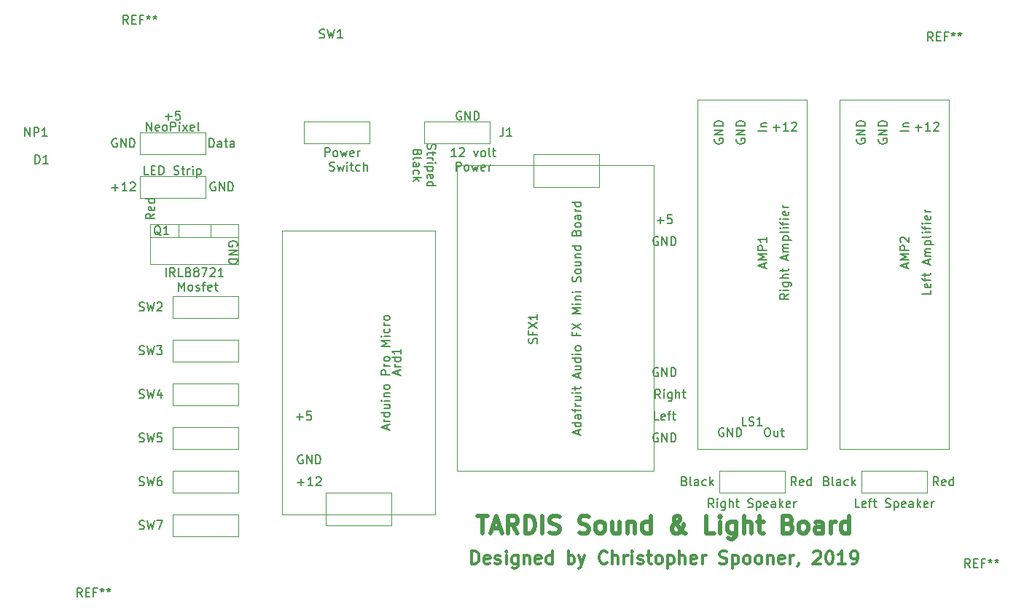
<source format=gbr>
G04 #@! TF.GenerationSoftware,KiCad,Pcbnew,(5.1.0)-1*
G04 #@! TF.CreationDate,2019-05-21T15:47:20-04:00*
G04 #@! TF.ProjectId,Tardis Board,54617264-6973-4204-926f-6172642e6b69,rev?*
G04 #@! TF.SameCoordinates,Original*
G04 #@! TF.FileFunction,Legend,Top*
G04 #@! TF.FilePolarity,Positive*
%FSLAX46Y46*%
G04 Gerber Fmt 4.6, Leading zero omitted, Abs format (unit mm)*
G04 Created by KiCad (PCBNEW (5.1.0)-1) date 2019-05-21 15:47:20*
%MOMM*%
%LPD*%
G04 APERTURE LIST*
%ADD10C,0.120000*%
%ADD11C,0.150000*%
%ADD12C,0.375000*%
%ADD13C,0.500000*%
G04 APERTURE END LIST*
D10*
X140970000Y-57150000D02*
X140970000Y-53340000D01*
X133350000Y-57150000D02*
X140970000Y-57150000D01*
X133350000Y-53340000D02*
X133350000Y-57150000D01*
X133350000Y-53340000D02*
X140970000Y-53340000D01*
X109220000Y-96520000D02*
X109220000Y-95250000D01*
X116840000Y-96520000D02*
X109220000Y-96520000D01*
X116840000Y-95250000D02*
X116840000Y-96520000D01*
X116840000Y-92710000D02*
X116840000Y-95250000D01*
X109220000Y-92710000D02*
X116840000Y-92710000D01*
X109220000Y-95250000D02*
X109220000Y-92710000D01*
D11*
X173490000Y-51561904D02*
X173442380Y-51657142D01*
X173442380Y-51800000D01*
X173490000Y-51942857D01*
X173585238Y-52038095D01*
X173680476Y-52085714D01*
X173870952Y-52133333D01*
X174013809Y-52133333D01*
X174204285Y-52085714D01*
X174299523Y-52038095D01*
X174394761Y-51942857D01*
X174442380Y-51800000D01*
X174442380Y-51704761D01*
X174394761Y-51561904D01*
X174347142Y-51514285D01*
X174013809Y-51514285D01*
X174013809Y-51704761D01*
X174442380Y-51085714D02*
X173442380Y-51085714D01*
X174442380Y-50514285D01*
X173442380Y-50514285D01*
X174442380Y-50038095D02*
X173442380Y-50038095D01*
X173442380Y-49800000D01*
X173490000Y-49657142D01*
X173585238Y-49561904D01*
X173680476Y-49514285D01*
X173870952Y-49466666D01*
X174013809Y-49466666D01*
X174204285Y-49514285D01*
X174299523Y-49561904D01*
X174394761Y-49657142D01*
X174442380Y-49800000D01*
X174442380Y-50038095D01*
X177736666Y-50236428D02*
X178498571Y-50236428D01*
X178117619Y-50617380D02*
X178117619Y-49855476D01*
X179498571Y-50617380D02*
X178927142Y-50617380D01*
X179212857Y-50617380D02*
X179212857Y-49617380D01*
X179117619Y-49760238D01*
X179022380Y-49855476D01*
X178927142Y-49903095D01*
X179879523Y-49712619D02*
X179927142Y-49665000D01*
X180022380Y-49617380D01*
X180260476Y-49617380D01*
X180355714Y-49665000D01*
X180403333Y-49712619D01*
X180450952Y-49807857D01*
X180450952Y-49903095D01*
X180403333Y-50045952D01*
X179831904Y-50617380D01*
X180450952Y-50617380D01*
X170950000Y-51561904D02*
X170902380Y-51657142D01*
X170902380Y-51800000D01*
X170950000Y-51942857D01*
X171045238Y-52038095D01*
X171140476Y-52085714D01*
X171330952Y-52133333D01*
X171473809Y-52133333D01*
X171664285Y-52085714D01*
X171759523Y-52038095D01*
X171854761Y-51942857D01*
X171902380Y-51800000D01*
X171902380Y-51704761D01*
X171854761Y-51561904D01*
X171807142Y-51514285D01*
X171473809Y-51514285D01*
X171473809Y-51704761D01*
X171902380Y-51085714D02*
X170902380Y-51085714D01*
X171902380Y-50514285D01*
X170902380Y-50514285D01*
X171902380Y-50038095D02*
X170902380Y-50038095D01*
X170902380Y-49800000D01*
X170950000Y-49657142D01*
X171045238Y-49561904D01*
X171140476Y-49514285D01*
X171330952Y-49466666D01*
X171473809Y-49466666D01*
X171664285Y-49514285D01*
X171759523Y-49561904D01*
X171854761Y-49657142D01*
X171902380Y-49800000D01*
X171902380Y-50038095D01*
X176982380Y-50617380D02*
X175982380Y-50617380D01*
X176315714Y-50141190D02*
X176982380Y-50141190D01*
X176410952Y-50141190D02*
X176363333Y-50093571D01*
X176315714Y-49998333D01*
X176315714Y-49855476D01*
X176363333Y-49760238D01*
X176458571Y-49712619D01*
X176982380Y-49712619D01*
X150923809Y-91368571D02*
X151066666Y-91416190D01*
X151114285Y-91463809D01*
X151161904Y-91559047D01*
X151161904Y-91701904D01*
X151114285Y-91797142D01*
X151066666Y-91844761D01*
X150971428Y-91892380D01*
X150590476Y-91892380D01*
X150590476Y-90892380D01*
X150923809Y-90892380D01*
X151019047Y-90940000D01*
X151066666Y-90987619D01*
X151114285Y-91082857D01*
X151114285Y-91178095D01*
X151066666Y-91273333D01*
X151019047Y-91320952D01*
X150923809Y-91368571D01*
X150590476Y-91368571D01*
X151733333Y-91892380D02*
X151638095Y-91844761D01*
X151590476Y-91749523D01*
X151590476Y-90892380D01*
X152542857Y-91892380D02*
X152542857Y-91368571D01*
X152495238Y-91273333D01*
X152400000Y-91225714D01*
X152209523Y-91225714D01*
X152114285Y-91273333D01*
X152542857Y-91844761D02*
X152447619Y-91892380D01*
X152209523Y-91892380D01*
X152114285Y-91844761D01*
X152066666Y-91749523D01*
X152066666Y-91654285D01*
X152114285Y-91559047D01*
X152209523Y-91511428D01*
X152447619Y-91511428D01*
X152542857Y-91463809D01*
X153447619Y-91844761D02*
X153352380Y-91892380D01*
X153161904Y-91892380D01*
X153066666Y-91844761D01*
X153019047Y-91797142D01*
X152971428Y-91701904D01*
X152971428Y-91416190D01*
X153019047Y-91320952D01*
X153066666Y-91273333D01*
X153161904Y-91225714D01*
X153352380Y-91225714D01*
X153447619Y-91273333D01*
X153876190Y-91892380D02*
X153876190Y-90892380D01*
X153971428Y-91511428D02*
X154257142Y-91892380D01*
X154257142Y-91225714D02*
X153876190Y-91606666D01*
X180403571Y-91892380D02*
X180070238Y-91416190D01*
X179832142Y-91892380D02*
X179832142Y-90892380D01*
X180213095Y-90892380D01*
X180308333Y-90940000D01*
X180355952Y-90987619D01*
X180403571Y-91082857D01*
X180403571Y-91225714D01*
X180355952Y-91320952D01*
X180308333Y-91368571D01*
X180213095Y-91416190D01*
X179832142Y-91416190D01*
X181213095Y-91844761D02*
X181117857Y-91892380D01*
X180927380Y-91892380D01*
X180832142Y-91844761D01*
X180784523Y-91749523D01*
X180784523Y-91368571D01*
X180832142Y-91273333D01*
X180927380Y-91225714D01*
X181117857Y-91225714D01*
X181213095Y-91273333D01*
X181260714Y-91368571D01*
X181260714Y-91463809D01*
X180784523Y-91559047D01*
X182117857Y-91892380D02*
X182117857Y-90892380D01*
X182117857Y-91844761D02*
X182022619Y-91892380D01*
X181832142Y-91892380D01*
X181736904Y-91844761D01*
X181689285Y-91797142D01*
X181641666Y-91701904D01*
X181641666Y-91416190D01*
X181689285Y-91320952D01*
X181736904Y-91273333D01*
X181832142Y-91225714D01*
X182022619Y-91225714D01*
X182117857Y-91273333D01*
X179522380Y-69150952D02*
X179522380Y-69627142D01*
X178522380Y-69627142D01*
X179474761Y-68436666D02*
X179522380Y-68531904D01*
X179522380Y-68722380D01*
X179474761Y-68817619D01*
X179379523Y-68865238D01*
X178998571Y-68865238D01*
X178903333Y-68817619D01*
X178855714Y-68722380D01*
X178855714Y-68531904D01*
X178903333Y-68436666D01*
X178998571Y-68389047D01*
X179093809Y-68389047D01*
X179189047Y-68865238D01*
X178855714Y-68103333D02*
X178855714Y-67722380D01*
X179522380Y-67960476D02*
X178665238Y-67960476D01*
X178570000Y-67912857D01*
X178522380Y-67817619D01*
X178522380Y-67722380D01*
X178855714Y-67531904D02*
X178855714Y-67150952D01*
X178522380Y-67389047D02*
X179379523Y-67389047D01*
X179474761Y-67341428D01*
X179522380Y-67246190D01*
X179522380Y-67150952D01*
X179236666Y-66103333D02*
X179236666Y-65627142D01*
X179522380Y-66198571D02*
X178522380Y-65865238D01*
X179522380Y-65531904D01*
X179522380Y-65198571D02*
X178855714Y-65198571D01*
X178950952Y-65198571D02*
X178903333Y-65150952D01*
X178855714Y-65055714D01*
X178855714Y-64912857D01*
X178903333Y-64817619D01*
X178998571Y-64770000D01*
X179522380Y-64770000D01*
X178998571Y-64770000D02*
X178903333Y-64722380D01*
X178855714Y-64627142D01*
X178855714Y-64484285D01*
X178903333Y-64389047D01*
X178998571Y-64341428D01*
X179522380Y-64341428D01*
X178855714Y-63865238D02*
X179855714Y-63865238D01*
X178903333Y-63865238D02*
X178855714Y-63770000D01*
X178855714Y-63579523D01*
X178903333Y-63484285D01*
X178950952Y-63436666D01*
X179046190Y-63389047D01*
X179331904Y-63389047D01*
X179427142Y-63436666D01*
X179474761Y-63484285D01*
X179522380Y-63579523D01*
X179522380Y-63770000D01*
X179474761Y-63865238D01*
X179522380Y-62817619D02*
X179474761Y-62912857D01*
X179379523Y-62960476D01*
X178522380Y-62960476D01*
X179522380Y-62436666D02*
X178855714Y-62436666D01*
X178522380Y-62436666D02*
X178570000Y-62484285D01*
X178617619Y-62436666D01*
X178570000Y-62389047D01*
X178522380Y-62436666D01*
X178617619Y-62436666D01*
X178855714Y-62103333D02*
X178855714Y-61722380D01*
X179522380Y-61960476D02*
X178665238Y-61960476D01*
X178570000Y-61912857D01*
X178522380Y-61817619D01*
X178522380Y-61722380D01*
X179522380Y-61389047D02*
X178855714Y-61389047D01*
X178522380Y-61389047D02*
X178570000Y-61436666D01*
X178617619Y-61389047D01*
X178570000Y-61341428D01*
X178522380Y-61389047D01*
X178617619Y-61389047D01*
X179474761Y-60531904D02*
X179522380Y-60627142D01*
X179522380Y-60817619D01*
X179474761Y-60912857D01*
X179379523Y-60960476D01*
X178998571Y-60960476D01*
X178903333Y-60912857D01*
X178855714Y-60817619D01*
X178855714Y-60627142D01*
X178903333Y-60531904D01*
X178998571Y-60484285D01*
X179093809Y-60484285D01*
X179189047Y-60960476D01*
X179522380Y-60055714D02*
X178855714Y-60055714D01*
X179046190Y-60055714D02*
X178950952Y-60008095D01*
X178903333Y-59960476D01*
X178855714Y-59865238D01*
X178855714Y-59770000D01*
X147828095Y-85860000D02*
X147732857Y-85812380D01*
X147590000Y-85812380D01*
X147447142Y-85860000D01*
X147351904Y-85955238D01*
X147304285Y-86050476D01*
X147256666Y-86240952D01*
X147256666Y-86383809D01*
X147304285Y-86574285D01*
X147351904Y-86669523D01*
X147447142Y-86764761D01*
X147590000Y-86812380D01*
X147685238Y-86812380D01*
X147828095Y-86764761D01*
X147875714Y-86717142D01*
X147875714Y-86383809D01*
X147685238Y-86383809D01*
X148304285Y-86812380D02*
X148304285Y-85812380D01*
X148875714Y-86812380D01*
X148875714Y-85812380D01*
X149351904Y-86812380D02*
X149351904Y-85812380D01*
X149590000Y-85812380D01*
X149732857Y-85860000D01*
X149828095Y-85955238D01*
X149875714Y-86050476D01*
X149923333Y-86240952D01*
X149923333Y-86383809D01*
X149875714Y-86574285D01*
X149828095Y-86669523D01*
X149732857Y-86764761D01*
X149590000Y-86812380D01*
X149351904Y-86812380D01*
X147899523Y-84272380D02*
X147423333Y-84272380D01*
X147423333Y-83272380D01*
X148613809Y-84224761D02*
X148518571Y-84272380D01*
X148328095Y-84272380D01*
X148232857Y-84224761D01*
X148185238Y-84129523D01*
X148185238Y-83748571D01*
X148232857Y-83653333D01*
X148328095Y-83605714D01*
X148518571Y-83605714D01*
X148613809Y-83653333D01*
X148661428Y-83748571D01*
X148661428Y-83843809D01*
X148185238Y-83939047D01*
X148947142Y-83605714D02*
X149328095Y-83605714D01*
X149090000Y-84272380D02*
X149090000Y-83415238D01*
X149137619Y-83320000D01*
X149232857Y-83272380D01*
X149328095Y-83272380D01*
X149518571Y-83605714D02*
X149899523Y-83605714D01*
X149661428Y-83272380D02*
X149661428Y-84129523D01*
X149709047Y-84224761D01*
X149804285Y-84272380D01*
X149899523Y-84272380D01*
X163893571Y-91892380D02*
X163560238Y-91416190D01*
X163322142Y-91892380D02*
X163322142Y-90892380D01*
X163703095Y-90892380D01*
X163798333Y-90940000D01*
X163845952Y-90987619D01*
X163893571Y-91082857D01*
X163893571Y-91225714D01*
X163845952Y-91320952D01*
X163798333Y-91368571D01*
X163703095Y-91416190D01*
X163322142Y-91416190D01*
X164703095Y-91844761D02*
X164607857Y-91892380D01*
X164417380Y-91892380D01*
X164322142Y-91844761D01*
X164274523Y-91749523D01*
X164274523Y-91368571D01*
X164322142Y-91273333D01*
X164417380Y-91225714D01*
X164607857Y-91225714D01*
X164703095Y-91273333D01*
X164750714Y-91368571D01*
X164750714Y-91463809D01*
X164274523Y-91559047D01*
X165607857Y-91892380D02*
X165607857Y-90892380D01*
X165607857Y-91844761D02*
X165512619Y-91892380D01*
X165322142Y-91892380D01*
X165226904Y-91844761D01*
X165179285Y-91797142D01*
X165131666Y-91701904D01*
X165131666Y-91416190D01*
X165179285Y-91320952D01*
X165226904Y-91273333D01*
X165322142Y-91225714D01*
X165512619Y-91225714D01*
X165607857Y-91273333D01*
D12*
X126197142Y-101008571D02*
X126197142Y-99508571D01*
X126554285Y-99508571D01*
X126768571Y-99580000D01*
X126911428Y-99722857D01*
X126982857Y-99865714D01*
X127054285Y-100151428D01*
X127054285Y-100365714D01*
X126982857Y-100651428D01*
X126911428Y-100794285D01*
X126768571Y-100937142D01*
X126554285Y-101008571D01*
X126197142Y-101008571D01*
X128268571Y-100937142D02*
X128125714Y-101008571D01*
X127840000Y-101008571D01*
X127697142Y-100937142D01*
X127625714Y-100794285D01*
X127625714Y-100222857D01*
X127697142Y-100080000D01*
X127840000Y-100008571D01*
X128125714Y-100008571D01*
X128268571Y-100080000D01*
X128340000Y-100222857D01*
X128340000Y-100365714D01*
X127625714Y-100508571D01*
X128911428Y-100937142D02*
X129054285Y-101008571D01*
X129340000Y-101008571D01*
X129482857Y-100937142D01*
X129554285Y-100794285D01*
X129554285Y-100722857D01*
X129482857Y-100580000D01*
X129340000Y-100508571D01*
X129125714Y-100508571D01*
X128982857Y-100437142D01*
X128911428Y-100294285D01*
X128911428Y-100222857D01*
X128982857Y-100080000D01*
X129125714Y-100008571D01*
X129340000Y-100008571D01*
X129482857Y-100080000D01*
X130197142Y-101008571D02*
X130197142Y-100008571D01*
X130197142Y-99508571D02*
X130125714Y-99580000D01*
X130197142Y-99651428D01*
X130268571Y-99580000D01*
X130197142Y-99508571D01*
X130197142Y-99651428D01*
X131554285Y-100008571D02*
X131554285Y-101222857D01*
X131482857Y-101365714D01*
X131411428Y-101437142D01*
X131268571Y-101508571D01*
X131054285Y-101508571D01*
X130911428Y-101437142D01*
X131554285Y-100937142D02*
X131411428Y-101008571D01*
X131125714Y-101008571D01*
X130982857Y-100937142D01*
X130911428Y-100865714D01*
X130840000Y-100722857D01*
X130840000Y-100294285D01*
X130911428Y-100151428D01*
X130982857Y-100080000D01*
X131125714Y-100008571D01*
X131411428Y-100008571D01*
X131554285Y-100080000D01*
X132268571Y-100008571D02*
X132268571Y-101008571D01*
X132268571Y-100151428D02*
X132340000Y-100080000D01*
X132482857Y-100008571D01*
X132697142Y-100008571D01*
X132840000Y-100080000D01*
X132911428Y-100222857D01*
X132911428Y-101008571D01*
X134197142Y-100937142D02*
X134054285Y-101008571D01*
X133768571Y-101008571D01*
X133625714Y-100937142D01*
X133554285Y-100794285D01*
X133554285Y-100222857D01*
X133625714Y-100080000D01*
X133768571Y-100008571D01*
X134054285Y-100008571D01*
X134197142Y-100080000D01*
X134268571Y-100222857D01*
X134268571Y-100365714D01*
X133554285Y-100508571D01*
X135554285Y-101008571D02*
X135554285Y-99508571D01*
X135554285Y-100937142D02*
X135411428Y-101008571D01*
X135125714Y-101008571D01*
X134982857Y-100937142D01*
X134911428Y-100865714D01*
X134840000Y-100722857D01*
X134840000Y-100294285D01*
X134911428Y-100151428D01*
X134982857Y-100080000D01*
X135125714Y-100008571D01*
X135411428Y-100008571D01*
X135554285Y-100080000D01*
X137411428Y-101008571D02*
X137411428Y-99508571D01*
X137411428Y-100080000D02*
X137554285Y-100008571D01*
X137840000Y-100008571D01*
X137982857Y-100080000D01*
X138054285Y-100151428D01*
X138125714Y-100294285D01*
X138125714Y-100722857D01*
X138054285Y-100865714D01*
X137982857Y-100937142D01*
X137840000Y-101008571D01*
X137554285Y-101008571D01*
X137411428Y-100937142D01*
X138625714Y-100008571D02*
X138982857Y-101008571D01*
X139340000Y-100008571D02*
X138982857Y-101008571D01*
X138840000Y-101365714D01*
X138768571Y-101437142D01*
X138625714Y-101508571D01*
X141911428Y-100865714D02*
X141840000Y-100937142D01*
X141625714Y-101008571D01*
X141482857Y-101008571D01*
X141268571Y-100937142D01*
X141125714Y-100794285D01*
X141054285Y-100651428D01*
X140982857Y-100365714D01*
X140982857Y-100151428D01*
X141054285Y-99865714D01*
X141125714Y-99722857D01*
X141268571Y-99580000D01*
X141482857Y-99508571D01*
X141625714Y-99508571D01*
X141840000Y-99580000D01*
X141911428Y-99651428D01*
X142554285Y-101008571D02*
X142554285Y-99508571D01*
X143197142Y-101008571D02*
X143197142Y-100222857D01*
X143125714Y-100080000D01*
X142982857Y-100008571D01*
X142768571Y-100008571D01*
X142625714Y-100080000D01*
X142554285Y-100151428D01*
X143911428Y-101008571D02*
X143911428Y-100008571D01*
X143911428Y-100294285D02*
X143982857Y-100151428D01*
X144054285Y-100080000D01*
X144197142Y-100008571D01*
X144340000Y-100008571D01*
X144840000Y-101008571D02*
X144840000Y-100008571D01*
X144840000Y-99508571D02*
X144768571Y-99580000D01*
X144840000Y-99651428D01*
X144911428Y-99580000D01*
X144840000Y-99508571D01*
X144840000Y-99651428D01*
X145482857Y-100937142D02*
X145625714Y-101008571D01*
X145911428Y-101008571D01*
X146054285Y-100937142D01*
X146125714Y-100794285D01*
X146125714Y-100722857D01*
X146054285Y-100580000D01*
X145911428Y-100508571D01*
X145697142Y-100508571D01*
X145554285Y-100437142D01*
X145482857Y-100294285D01*
X145482857Y-100222857D01*
X145554285Y-100080000D01*
X145697142Y-100008571D01*
X145911428Y-100008571D01*
X146054285Y-100080000D01*
X146554285Y-100008571D02*
X147125714Y-100008571D01*
X146768571Y-99508571D02*
X146768571Y-100794285D01*
X146840000Y-100937142D01*
X146982857Y-101008571D01*
X147125714Y-101008571D01*
X147840000Y-101008571D02*
X147697142Y-100937142D01*
X147625714Y-100865714D01*
X147554285Y-100722857D01*
X147554285Y-100294285D01*
X147625714Y-100151428D01*
X147697142Y-100080000D01*
X147840000Y-100008571D01*
X148054285Y-100008571D01*
X148197142Y-100080000D01*
X148268571Y-100151428D01*
X148340000Y-100294285D01*
X148340000Y-100722857D01*
X148268571Y-100865714D01*
X148197142Y-100937142D01*
X148054285Y-101008571D01*
X147840000Y-101008571D01*
X148982857Y-100008571D02*
X148982857Y-101508571D01*
X148982857Y-100080000D02*
X149125714Y-100008571D01*
X149411428Y-100008571D01*
X149554285Y-100080000D01*
X149625714Y-100151428D01*
X149697142Y-100294285D01*
X149697142Y-100722857D01*
X149625714Y-100865714D01*
X149554285Y-100937142D01*
X149411428Y-101008571D01*
X149125714Y-101008571D01*
X148982857Y-100937142D01*
X150340000Y-101008571D02*
X150340000Y-99508571D01*
X150982857Y-101008571D02*
X150982857Y-100222857D01*
X150911428Y-100080000D01*
X150768571Y-100008571D01*
X150554285Y-100008571D01*
X150411428Y-100080000D01*
X150340000Y-100151428D01*
X152268571Y-100937142D02*
X152125714Y-101008571D01*
X151840000Y-101008571D01*
X151697142Y-100937142D01*
X151625714Y-100794285D01*
X151625714Y-100222857D01*
X151697142Y-100080000D01*
X151840000Y-100008571D01*
X152125714Y-100008571D01*
X152268571Y-100080000D01*
X152340000Y-100222857D01*
X152340000Y-100365714D01*
X151625714Y-100508571D01*
X152982857Y-101008571D02*
X152982857Y-100008571D01*
X152982857Y-100294285D02*
X153054285Y-100151428D01*
X153125714Y-100080000D01*
X153268571Y-100008571D01*
X153411428Y-100008571D01*
X154982857Y-100937142D02*
X155197142Y-101008571D01*
X155554285Y-101008571D01*
X155697142Y-100937142D01*
X155768571Y-100865714D01*
X155840000Y-100722857D01*
X155840000Y-100580000D01*
X155768571Y-100437142D01*
X155697142Y-100365714D01*
X155554285Y-100294285D01*
X155268571Y-100222857D01*
X155125714Y-100151428D01*
X155054285Y-100080000D01*
X154982857Y-99937142D01*
X154982857Y-99794285D01*
X155054285Y-99651428D01*
X155125714Y-99580000D01*
X155268571Y-99508571D01*
X155625714Y-99508571D01*
X155840000Y-99580000D01*
X156482857Y-100008571D02*
X156482857Y-101508571D01*
X156482857Y-100080000D02*
X156625714Y-100008571D01*
X156911428Y-100008571D01*
X157054285Y-100080000D01*
X157125714Y-100151428D01*
X157197142Y-100294285D01*
X157197142Y-100722857D01*
X157125714Y-100865714D01*
X157054285Y-100937142D01*
X156911428Y-101008571D01*
X156625714Y-101008571D01*
X156482857Y-100937142D01*
X158054285Y-101008571D02*
X157911428Y-100937142D01*
X157840000Y-100865714D01*
X157768571Y-100722857D01*
X157768571Y-100294285D01*
X157840000Y-100151428D01*
X157911428Y-100080000D01*
X158054285Y-100008571D01*
X158268571Y-100008571D01*
X158411428Y-100080000D01*
X158482857Y-100151428D01*
X158554285Y-100294285D01*
X158554285Y-100722857D01*
X158482857Y-100865714D01*
X158411428Y-100937142D01*
X158268571Y-101008571D01*
X158054285Y-101008571D01*
X159411428Y-101008571D02*
X159268571Y-100937142D01*
X159197142Y-100865714D01*
X159125714Y-100722857D01*
X159125714Y-100294285D01*
X159197142Y-100151428D01*
X159268571Y-100080000D01*
X159411428Y-100008571D01*
X159625714Y-100008571D01*
X159768571Y-100080000D01*
X159840000Y-100151428D01*
X159911428Y-100294285D01*
X159911428Y-100722857D01*
X159840000Y-100865714D01*
X159768571Y-100937142D01*
X159625714Y-101008571D01*
X159411428Y-101008571D01*
X160554285Y-100008571D02*
X160554285Y-101008571D01*
X160554285Y-100151428D02*
X160625714Y-100080000D01*
X160768571Y-100008571D01*
X160982857Y-100008571D01*
X161125714Y-100080000D01*
X161197142Y-100222857D01*
X161197142Y-101008571D01*
X162482857Y-100937142D02*
X162340000Y-101008571D01*
X162054285Y-101008571D01*
X161911428Y-100937142D01*
X161840000Y-100794285D01*
X161840000Y-100222857D01*
X161911428Y-100080000D01*
X162054285Y-100008571D01*
X162340000Y-100008571D01*
X162482857Y-100080000D01*
X162554285Y-100222857D01*
X162554285Y-100365714D01*
X161840000Y-100508571D01*
X163197142Y-101008571D02*
X163197142Y-100008571D01*
X163197142Y-100294285D02*
X163268571Y-100151428D01*
X163340000Y-100080000D01*
X163482857Y-100008571D01*
X163625714Y-100008571D01*
X164197142Y-100937142D02*
X164197142Y-101008571D01*
X164125714Y-101151428D01*
X164054285Y-101222857D01*
X165911428Y-99651428D02*
X165982857Y-99580000D01*
X166125714Y-99508571D01*
X166482857Y-99508571D01*
X166625714Y-99580000D01*
X166697142Y-99651428D01*
X166768571Y-99794285D01*
X166768571Y-99937142D01*
X166697142Y-100151428D01*
X165840000Y-101008571D01*
X166768571Y-101008571D01*
X167697142Y-99508571D02*
X167840000Y-99508571D01*
X167982857Y-99580000D01*
X168054285Y-99651428D01*
X168125714Y-99794285D01*
X168197142Y-100080000D01*
X168197142Y-100437142D01*
X168125714Y-100722857D01*
X168054285Y-100865714D01*
X167982857Y-100937142D01*
X167840000Y-101008571D01*
X167697142Y-101008571D01*
X167554285Y-100937142D01*
X167482857Y-100865714D01*
X167411428Y-100722857D01*
X167340000Y-100437142D01*
X167340000Y-100080000D01*
X167411428Y-99794285D01*
X167482857Y-99651428D01*
X167554285Y-99580000D01*
X167697142Y-99508571D01*
X169625714Y-101008571D02*
X168768571Y-101008571D01*
X169197142Y-101008571D02*
X169197142Y-99508571D01*
X169054285Y-99722857D01*
X168911428Y-99865714D01*
X168768571Y-99937142D01*
X170340000Y-101008571D02*
X170625714Y-101008571D01*
X170768571Y-100937142D01*
X170840000Y-100865714D01*
X170982857Y-100651428D01*
X171054285Y-100365714D01*
X171054285Y-99794285D01*
X170982857Y-99651428D01*
X170911428Y-99580000D01*
X170768571Y-99508571D01*
X170482857Y-99508571D01*
X170340000Y-99580000D01*
X170268571Y-99651428D01*
X170197142Y-99794285D01*
X170197142Y-100151428D01*
X170268571Y-100294285D01*
X170340000Y-100365714D01*
X170482857Y-100437142D01*
X170768571Y-100437142D01*
X170911428Y-100365714D01*
X170982857Y-100294285D01*
X171054285Y-100151428D01*
D13*
X126875714Y-95424761D02*
X128018571Y-95424761D01*
X127447142Y-97424761D02*
X127447142Y-95424761D01*
X128590000Y-96853333D02*
X129542380Y-96853333D01*
X128399523Y-97424761D02*
X129066190Y-95424761D01*
X129732857Y-97424761D01*
X131542380Y-97424761D02*
X130875714Y-96472380D01*
X130399523Y-97424761D02*
X130399523Y-95424761D01*
X131161428Y-95424761D01*
X131351904Y-95520000D01*
X131447142Y-95615238D01*
X131542380Y-95805714D01*
X131542380Y-96091428D01*
X131447142Y-96281904D01*
X131351904Y-96377142D01*
X131161428Y-96472380D01*
X130399523Y-96472380D01*
X132399523Y-97424761D02*
X132399523Y-95424761D01*
X132875714Y-95424761D01*
X133161428Y-95520000D01*
X133351904Y-95710476D01*
X133447142Y-95900952D01*
X133542380Y-96281904D01*
X133542380Y-96567619D01*
X133447142Y-96948571D01*
X133351904Y-97139047D01*
X133161428Y-97329523D01*
X132875714Y-97424761D01*
X132399523Y-97424761D01*
X134399523Y-97424761D02*
X134399523Y-95424761D01*
X135256666Y-97329523D02*
X135542380Y-97424761D01*
X136018571Y-97424761D01*
X136209047Y-97329523D01*
X136304285Y-97234285D01*
X136399523Y-97043809D01*
X136399523Y-96853333D01*
X136304285Y-96662857D01*
X136209047Y-96567619D01*
X136018571Y-96472380D01*
X135637619Y-96377142D01*
X135447142Y-96281904D01*
X135351904Y-96186666D01*
X135256666Y-95996190D01*
X135256666Y-95805714D01*
X135351904Y-95615238D01*
X135447142Y-95520000D01*
X135637619Y-95424761D01*
X136113809Y-95424761D01*
X136399523Y-95520000D01*
X138685238Y-97329523D02*
X138970952Y-97424761D01*
X139447142Y-97424761D01*
X139637619Y-97329523D01*
X139732857Y-97234285D01*
X139828095Y-97043809D01*
X139828095Y-96853333D01*
X139732857Y-96662857D01*
X139637619Y-96567619D01*
X139447142Y-96472380D01*
X139066190Y-96377142D01*
X138875714Y-96281904D01*
X138780476Y-96186666D01*
X138685238Y-95996190D01*
X138685238Y-95805714D01*
X138780476Y-95615238D01*
X138875714Y-95520000D01*
X139066190Y-95424761D01*
X139542380Y-95424761D01*
X139828095Y-95520000D01*
X140970952Y-97424761D02*
X140780476Y-97329523D01*
X140685238Y-97234285D01*
X140590000Y-97043809D01*
X140590000Y-96472380D01*
X140685238Y-96281904D01*
X140780476Y-96186666D01*
X140970952Y-96091428D01*
X141256666Y-96091428D01*
X141447142Y-96186666D01*
X141542380Y-96281904D01*
X141637619Y-96472380D01*
X141637619Y-97043809D01*
X141542380Y-97234285D01*
X141447142Y-97329523D01*
X141256666Y-97424761D01*
X140970952Y-97424761D01*
X143351904Y-96091428D02*
X143351904Y-97424761D01*
X142494761Y-96091428D02*
X142494761Y-97139047D01*
X142590000Y-97329523D01*
X142780476Y-97424761D01*
X143066190Y-97424761D01*
X143256666Y-97329523D01*
X143351904Y-97234285D01*
X144304285Y-96091428D02*
X144304285Y-97424761D01*
X144304285Y-96281904D02*
X144399523Y-96186666D01*
X144590000Y-96091428D01*
X144875714Y-96091428D01*
X145066190Y-96186666D01*
X145161428Y-96377142D01*
X145161428Y-97424761D01*
X146970952Y-97424761D02*
X146970952Y-95424761D01*
X146970952Y-97329523D02*
X146780476Y-97424761D01*
X146399523Y-97424761D01*
X146209047Y-97329523D01*
X146113809Y-97234285D01*
X146018571Y-97043809D01*
X146018571Y-96472380D01*
X146113809Y-96281904D01*
X146209047Y-96186666D01*
X146399523Y-96091428D01*
X146780476Y-96091428D01*
X146970952Y-96186666D01*
X151066190Y-97424761D02*
X150970952Y-97424761D01*
X150780476Y-97329523D01*
X150494761Y-97043809D01*
X150018571Y-96472380D01*
X149828095Y-96186666D01*
X149732857Y-95900952D01*
X149732857Y-95710476D01*
X149828095Y-95520000D01*
X150018571Y-95424761D01*
X150113809Y-95424761D01*
X150304285Y-95520000D01*
X150399523Y-95710476D01*
X150399523Y-95805714D01*
X150304285Y-95996190D01*
X150209047Y-96091428D01*
X149637619Y-96472380D01*
X149542380Y-96567619D01*
X149447142Y-96758095D01*
X149447142Y-97043809D01*
X149542380Y-97234285D01*
X149637619Y-97329523D01*
X149828095Y-97424761D01*
X150113809Y-97424761D01*
X150304285Y-97329523D01*
X150399523Y-97234285D01*
X150685238Y-96853333D01*
X150780476Y-96567619D01*
X150780476Y-96377142D01*
X154399523Y-97424761D02*
X153447142Y-97424761D01*
X153447142Y-95424761D01*
X155066190Y-97424761D02*
X155066190Y-96091428D01*
X155066190Y-95424761D02*
X154970952Y-95520000D01*
X155066190Y-95615238D01*
X155161428Y-95520000D01*
X155066190Y-95424761D01*
X155066190Y-95615238D01*
X156875714Y-96091428D02*
X156875714Y-97710476D01*
X156780476Y-97900952D01*
X156685238Y-97996190D01*
X156494761Y-98091428D01*
X156209047Y-98091428D01*
X156018571Y-97996190D01*
X156875714Y-97329523D02*
X156685238Y-97424761D01*
X156304285Y-97424761D01*
X156113809Y-97329523D01*
X156018571Y-97234285D01*
X155923333Y-97043809D01*
X155923333Y-96472380D01*
X156018571Y-96281904D01*
X156113809Y-96186666D01*
X156304285Y-96091428D01*
X156685238Y-96091428D01*
X156875714Y-96186666D01*
X157828095Y-97424761D02*
X157828095Y-95424761D01*
X158685238Y-97424761D02*
X158685238Y-96377142D01*
X158590000Y-96186666D01*
X158399523Y-96091428D01*
X158113809Y-96091428D01*
X157923333Y-96186666D01*
X157828095Y-96281904D01*
X159351904Y-96091428D02*
X160113809Y-96091428D01*
X159637619Y-95424761D02*
X159637619Y-97139047D01*
X159732857Y-97329523D01*
X159923333Y-97424761D01*
X160113809Y-97424761D01*
X162970952Y-96377142D02*
X163256666Y-96472380D01*
X163351904Y-96567619D01*
X163447142Y-96758095D01*
X163447142Y-97043809D01*
X163351904Y-97234285D01*
X163256666Y-97329523D01*
X163066190Y-97424761D01*
X162304285Y-97424761D01*
X162304285Y-95424761D01*
X162970952Y-95424761D01*
X163161428Y-95520000D01*
X163256666Y-95615238D01*
X163351904Y-95805714D01*
X163351904Y-95996190D01*
X163256666Y-96186666D01*
X163161428Y-96281904D01*
X162970952Y-96377142D01*
X162304285Y-96377142D01*
X164590000Y-97424761D02*
X164399523Y-97329523D01*
X164304285Y-97234285D01*
X164209047Y-97043809D01*
X164209047Y-96472380D01*
X164304285Y-96281904D01*
X164399523Y-96186666D01*
X164590000Y-96091428D01*
X164875714Y-96091428D01*
X165066190Y-96186666D01*
X165161428Y-96281904D01*
X165256666Y-96472380D01*
X165256666Y-97043809D01*
X165161428Y-97234285D01*
X165066190Y-97329523D01*
X164875714Y-97424761D01*
X164590000Y-97424761D01*
X166970952Y-97424761D02*
X166970952Y-96377142D01*
X166875714Y-96186666D01*
X166685238Y-96091428D01*
X166304285Y-96091428D01*
X166113809Y-96186666D01*
X166970952Y-97329523D02*
X166780476Y-97424761D01*
X166304285Y-97424761D01*
X166113809Y-97329523D01*
X166018571Y-97139047D01*
X166018571Y-96948571D01*
X166113809Y-96758095D01*
X166304285Y-96662857D01*
X166780476Y-96662857D01*
X166970952Y-96567619D01*
X167923333Y-97424761D02*
X167923333Y-96091428D01*
X167923333Y-96472380D02*
X168018571Y-96281904D01*
X168113809Y-96186666D01*
X168304285Y-96091428D01*
X168494761Y-96091428D01*
X170018571Y-97424761D02*
X170018571Y-95424761D01*
X170018571Y-97329523D02*
X169828095Y-97424761D01*
X169447142Y-97424761D01*
X169256666Y-97329523D01*
X169161428Y-97234285D01*
X169066190Y-97043809D01*
X169066190Y-96472380D01*
X169161428Y-96281904D01*
X169256666Y-96186666D01*
X169447142Y-96091428D01*
X169828095Y-96091428D01*
X170018571Y-96186666D01*
D11*
X124968095Y-48395000D02*
X124872857Y-48347380D01*
X124730000Y-48347380D01*
X124587142Y-48395000D01*
X124491904Y-48490238D01*
X124444285Y-48585476D01*
X124396666Y-48775952D01*
X124396666Y-48918809D01*
X124444285Y-49109285D01*
X124491904Y-49204523D01*
X124587142Y-49299761D01*
X124730000Y-49347380D01*
X124825238Y-49347380D01*
X124968095Y-49299761D01*
X125015714Y-49252142D01*
X125015714Y-48918809D01*
X124825238Y-48918809D01*
X125444285Y-49347380D02*
X125444285Y-48347380D01*
X126015714Y-49347380D01*
X126015714Y-48347380D01*
X126491904Y-49347380D02*
X126491904Y-48347380D01*
X126730000Y-48347380D01*
X126872857Y-48395000D01*
X126968095Y-48490238D01*
X127015714Y-48585476D01*
X127063333Y-48775952D01*
X127063333Y-48918809D01*
X127015714Y-49109285D01*
X126968095Y-49204523D01*
X126872857Y-49299761D01*
X126730000Y-49347380D01*
X126491904Y-49347380D01*
X106553095Y-88400000D02*
X106457857Y-88352380D01*
X106315000Y-88352380D01*
X106172142Y-88400000D01*
X106076904Y-88495238D01*
X106029285Y-88590476D01*
X105981666Y-88780952D01*
X105981666Y-88923809D01*
X106029285Y-89114285D01*
X106076904Y-89209523D01*
X106172142Y-89304761D01*
X106315000Y-89352380D01*
X106410238Y-89352380D01*
X106553095Y-89304761D01*
X106600714Y-89257142D01*
X106600714Y-88923809D01*
X106410238Y-88923809D01*
X107029285Y-89352380D02*
X107029285Y-88352380D01*
X107600714Y-89352380D01*
X107600714Y-88352380D01*
X108076904Y-89352380D02*
X108076904Y-88352380D01*
X108315000Y-88352380D01*
X108457857Y-88400000D01*
X108553095Y-88495238D01*
X108600714Y-88590476D01*
X108648333Y-88780952D01*
X108648333Y-88923809D01*
X108600714Y-89114285D01*
X108553095Y-89209523D01*
X108457857Y-89304761D01*
X108315000Y-89352380D01*
X108076904Y-89352380D01*
X98925000Y-64008095D02*
X98972619Y-63912857D01*
X98972619Y-63770000D01*
X98925000Y-63627142D01*
X98829761Y-63531904D01*
X98734523Y-63484285D01*
X98544047Y-63436666D01*
X98401190Y-63436666D01*
X98210714Y-63484285D01*
X98115476Y-63531904D01*
X98020238Y-63627142D01*
X97972619Y-63770000D01*
X97972619Y-63865238D01*
X98020238Y-64008095D01*
X98067857Y-64055714D01*
X98401190Y-64055714D01*
X98401190Y-63865238D01*
X97972619Y-64484285D02*
X98972619Y-64484285D01*
X97972619Y-65055714D01*
X98972619Y-65055714D01*
X97972619Y-65531904D02*
X98972619Y-65531904D01*
X98972619Y-65770000D01*
X98925000Y-65912857D01*
X98829761Y-66008095D01*
X98734523Y-66055714D01*
X98544047Y-66103333D01*
X98401190Y-66103333D01*
X98210714Y-66055714D01*
X98115476Y-66008095D01*
X98020238Y-65912857D01*
X97972619Y-65770000D01*
X97972619Y-65531904D01*
X147828095Y-78240000D02*
X147732857Y-78192380D01*
X147590000Y-78192380D01*
X147447142Y-78240000D01*
X147351904Y-78335238D01*
X147304285Y-78430476D01*
X147256666Y-78620952D01*
X147256666Y-78763809D01*
X147304285Y-78954285D01*
X147351904Y-79049523D01*
X147447142Y-79144761D01*
X147590000Y-79192380D01*
X147685238Y-79192380D01*
X147828095Y-79144761D01*
X147875714Y-79097142D01*
X147875714Y-78763809D01*
X147685238Y-78763809D01*
X148304285Y-79192380D02*
X148304285Y-78192380D01*
X148875714Y-79192380D01*
X148875714Y-78192380D01*
X149351904Y-79192380D02*
X149351904Y-78192380D01*
X149590000Y-78192380D01*
X149732857Y-78240000D01*
X149828095Y-78335238D01*
X149875714Y-78430476D01*
X149923333Y-78620952D01*
X149923333Y-78763809D01*
X149875714Y-78954285D01*
X149828095Y-79049523D01*
X149732857Y-79144761D01*
X149590000Y-79192380D01*
X149351904Y-79192380D01*
X148105952Y-81732380D02*
X147772619Y-81256190D01*
X147534523Y-81732380D02*
X147534523Y-80732380D01*
X147915476Y-80732380D01*
X148010714Y-80780000D01*
X148058333Y-80827619D01*
X148105952Y-80922857D01*
X148105952Y-81065714D01*
X148058333Y-81160952D01*
X148010714Y-81208571D01*
X147915476Y-81256190D01*
X147534523Y-81256190D01*
X148534523Y-81732380D02*
X148534523Y-81065714D01*
X148534523Y-80732380D02*
X148486904Y-80780000D01*
X148534523Y-80827619D01*
X148582142Y-80780000D01*
X148534523Y-80732380D01*
X148534523Y-80827619D01*
X149439285Y-81065714D02*
X149439285Y-81875238D01*
X149391666Y-81970476D01*
X149344047Y-82018095D01*
X149248809Y-82065714D01*
X149105952Y-82065714D01*
X149010714Y-82018095D01*
X149439285Y-81684761D02*
X149344047Y-81732380D01*
X149153571Y-81732380D01*
X149058333Y-81684761D01*
X149010714Y-81637142D01*
X148963095Y-81541904D01*
X148963095Y-81256190D01*
X149010714Y-81160952D01*
X149058333Y-81113333D01*
X149153571Y-81065714D01*
X149344047Y-81065714D01*
X149439285Y-81113333D01*
X149915476Y-81732380D02*
X149915476Y-80732380D01*
X150344047Y-81732380D02*
X150344047Y-81208571D01*
X150296428Y-81113333D01*
X150201190Y-81065714D01*
X150058333Y-81065714D01*
X149963095Y-81113333D01*
X149915476Y-81160952D01*
X150677380Y-81065714D02*
X151058333Y-81065714D01*
X150820238Y-80732380D02*
X150820238Y-81589523D01*
X150867857Y-81684761D01*
X150963095Y-81732380D01*
X151058333Y-81732380D01*
X160472380Y-50617380D02*
X159472380Y-50617380D01*
X159805714Y-50141190D02*
X160472380Y-50141190D01*
X159900952Y-50141190D02*
X159853333Y-50093571D01*
X159805714Y-49998333D01*
X159805714Y-49855476D01*
X159853333Y-49760238D01*
X159948571Y-49712619D01*
X160472380Y-49712619D01*
X156980000Y-51561904D02*
X156932380Y-51657142D01*
X156932380Y-51800000D01*
X156980000Y-51942857D01*
X157075238Y-52038095D01*
X157170476Y-52085714D01*
X157360952Y-52133333D01*
X157503809Y-52133333D01*
X157694285Y-52085714D01*
X157789523Y-52038095D01*
X157884761Y-51942857D01*
X157932380Y-51800000D01*
X157932380Y-51704761D01*
X157884761Y-51561904D01*
X157837142Y-51514285D01*
X157503809Y-51514285D01*
X157503809Y-51704761D01*
X157932380Y-51085714D02*
X156932380Y-51085714D01*
X157932380Y-50514285D01*
X156932380Y-50514285D01*
X157932380Y-50038095D02*
X156932380Y-50038095D01*
X156932380Y-49800000D01*
X156980000Y-49657142D01*
X157075238Y-49561904D01*
X157170476Y-49514285D01*
X157360952Y-49466666D01*
X157503809Y-49466666D01*
X157694285Y-49514285D01*
X157789523Y-49561904D01*
X157884761Y-49657142D01*
X157932380Y-49800000D01*
X157932380Y-50038095D01*
X154440000Y-51561904D02*
X154392380Y-51657142D01*
X154392380Y-51800000D01*
X154440000Y-51942857D01*
X154535238Y-52038095D01*
X154630476Y-52085714D01*
X154820952Y-52133333D01*
X154963809Y-52133333D01*
X155154285Y-52085714D01*
X155249523Y-52038095D01*
X155344761Y-51942857D01*
X155392380Y-51800000D01*
X155392380Y-51704761D01*
X155344761Y-51561904D01*
X155297142Y-51514285D01*
X154963809Y-51514285D01*
X154963809Y-51704761D01*
X155392380Y-51085714D02*
X154392380Y-51085714D01*
X155392380Y-50514285D01*
X154392380Y-50514285D01*
X155392380Y-50038095D02*
X154392380Y-50038095D01*
X154392380Y-49800000D01*
X154440000Y-49657142D01*
X154535238Y-49561904D01*
X154630476Y-49514285D01*
X154820952Y-49466666D01*
X154963809Y-49466666D01*
X155154285Y-49514285D01*
X155249523Y-49561904D01*
X155344761Y-49657142D01*
X155392380Y-49800000D01*
X155392380Y-50038095D01*
X147828095Y-63000000D02*
X147732857Y-62952380D01*
X147590000Y-62952380D01*
X147447142Y-63000000D01*
X147351904Y-63095238D01*
X147304285Y-63190476D01*
X147256666Y-63380952D01*
X147256666Y-63523809D01*
X147304285Y-63714285D01*
X147351904Y-63809523D01*
X147447142Y-63904761D01*
X147590000Y-63952380D01*
X147685238Y-63952380D01*
X147828095Y-63904761D01*
X147875714Y-63857142D01*
X147875714Y-63523809D01*
X147685238Y-63523809D01*
X148304285Y-63952380D02*
X148304285Y-62952380D01*
X148875714Y-63952380D01*
X148875714Y-62952380D01*
X149351904Y-63952380D02*
X149351904Y-62952380D01*
X149590000Y-62952380D01*
X149732857Y-63000000D01*
X149828095Y-63095238D01*
X149875714Y-63190476D01*
X149923333Y-63380952D01*
X149923333Y-63523809D01*
X149875714Y-63714285D01*
X149828095Y-63809523D01*
X149732857Y-63904761D01*
X149590000Y-63952380D01*
X149351904Y-63952380D01*
X96393095Y-56650000D02*
X96297857Y-56602380D01*
X96155000Y-56602380D01*
X96012142Y-56650000D01*
X95916904Y-56745238D01*
X95869285Y-56840476D01*
X95821666Y-57030952D01*
X95821666Y-57173809D01*
X95869285Y-57364285D01*
X95916904Y-57459523D01*
X96012142Y-57554761D01*
X96155000Y-57602380D01*
X96250238Y-57602380D01*
X96393095Y-57554761D01*
X96440714Y-57507142D01*
X96440714Y-57173809D01*
X96250238Y-57173809D01*
X96869285Y-57602380D02*
X96869285Y-56602380D01*
X97440714Y-57602380D01*
X97440714Y-56602380D01*
X97916904Y-57602380D02*
X97916904Y-56602380D01*
X98155000Y-56602380D01*
X98297857Y-56650000D01*
X98393095Y-56745238D01*
X98440714Y-56840476D01*
X98488333Y-57030952D01*
X98488333Y-57173809D01*
X98440714Y-57364285D01*
X98393095Y-57459523D01*
X98297857Y-57554761D01*
X98155000Y-57602380D01*
X97916904Y-57602380D01*
X84391666Y-57221428D02*
X85153571Y-57221428D01*
X84772619Y-57602380D02*
X84772619Y-56840476D01*
X86153571Y-57602380D02*
X85582142Y-57602380D01*
X85867857Y-57602380D02*
X85867857Y-56602380D01*
X85772619Y-56745238D01*
X85677380Y-56840476D01*
X85582142Y-56888095D01*
X86534523Y-56697619D02*
X86582142Y-56650000D01*
X86677380Y-56602380D01*
X86915476Y-56602380D01*
X87010714Y-56650000D01*
X87058333Y-56697619D01*
X87105952Y-56792857D01*
X87105952Y-56888095D01*
X87058333Y-57030952D01*
X86486904Y-57602380D01*
X87105952Y-57602380D01*
X161226666Y-50236428D02*
X161988571Y-50236428D01*
X161607619Y-50617380D02*
X161607619Y-49855476D01*
X162988571Y-50617380D02*
X162417142Y-50617380D01*
X162702857Y-50617380D02*
X162702857Y-49617380D01*
X162607619Y-49760238D01*
X162512380Y-49855476D01*
X162417142Y-49903095D01*
X163369523Y-49712619D02*
X163417142Y-49665000D01*
X163512380Y-49617380D01*
X163750476Y-49617380D01*
X163845714Y-49665000D01*
X163893333Y-49712619D01*
X163940952Y-49807857D01*
X163940952Y-49903095D01*
X163893333Y-50045952D01*
X163321904Y-50617380D01*
X163940952Y-50617380D01*
X105981666Y-91511428D02*
X106743571Y-91511428D01*
X106362619Y-91892380D02*
X106362619Y-91130476D01*
X107743571Y-91892380D02*
X107172142Y-91892380D01*
X107457857Y-91892380D02*
X107457857Y-90892380D01*
X107362619Y-91035238D01*
X107267380Y-91130476D01*
X107172142Y-91178095D01*
X108124523Y-90987619D02*
X108172142Y-90940000D01*
X108267380Y-90892380D01*
X108505476Y-90892380D01*
X108600714Y-90940000D01*
X108648333Y-90987619D01*
X108695952Y-91082857D01*
X108695952Y-91178095D01*
X108648333Y-91320952D01*
X108076904Y-91892380D01*
X108695952Y-91892380D01*
X147732857Y-61031428D02*
X148494761Y-61031428D01*
X148113809Y-61412380D02*
X148113809Y-60650476D01*
X149447142Y-60412380D02*
X148970952Y-60412380D01*
X148923333Y-60888571D01*
X148970952Y-60840952D01*
X149066190Y-60793333D01*
X149304285Y-60793333D01*
X149399523Y-60840952D01*
X149447142Y-60888571D01*
X149494761Y-60983809D01*
X149494761Y-61221904D01*
X149447142Y-61317142D01*
X149399523Y-61364761D01*
X149304285Y-61412380D01*
X149066190Y-61412380D01*
X148970952Y-61364761D01*
X148923333Y-61317142D01*
X90582857Y-48966428D02*
X91344761Y-48966428D01*
X90963809Y-49347380D02*
X90963809Y-48585476D01*
X92297142Y-48347380D02*
X91820952Y-48347380D01*
X91773333Y-48823571D01*
X91820952Y-48775952D01*
X91916190Y-48728333D01*
X92154285Y-48728333D01*
X92249523Y-48775952D01*
X92297142Y-48823571D01*
X92344761Y-48918809D01*
X92344761Y-49156904D01*
X92297142Y-49252142D01*
X92249523Y-49299761D01*
X92154285Y-49347380D01*
X91916190Y-49347380D01*
X91820952Y-49299761D01*
X91773333Y-49252142D01*
X105822857Y-83891428D02*
X106584761Y-83891428D01*
X106203809Y-84272380D02*
X106203809Y-83510476D01*
X107537142Y-83272380D02*
X107060952Y-83272380D01*
X107013333Y-83748571D01*
X107060952Y-83700952D01*
X107156190Y-83653333D01*
X107394285Y-83653333D01*
X107489523Y-83700952D01*
X107537142Y-83748571D01*
X107584761Y-83843809D01*
X107584761Y-84081904D01*
X107537142Y-84177142D01*
X107489523Y-84224761D01*
X107394285Y-84272380D01*
X107156190Y-84272380D01*
X107060952Y-84224761D01*
X107013333Y-84177142D01*
X160456666Y-85177380D02*
X160647142Y-85177380D01*
X160742380Y-85225000D01*
X160837619Y-85320238D01*
X160885238Y-85510714D01*
X160885238Y-85844047D01*
X160837619Y-86034523D01*
X160742380Y-86129761D01*
X160647142Y-86177380D01*
X160456666Y-86177380D01*
X160361428Y-86129761D01*
X160266190Y-86034523D01*
X160218571Y-85844047D01*
X160218571Y-85510714D01*
X160266190Y-85320238D01*
X160361428Y-85225000D01*
X160456666Y-85177380D01*
X161742380Y-85510714D02*
X161742380Y-86177380D01*
X161313809Y-85510714D02*
X161313809Y-86034523D01*
X161361428Y-86129761D01*
X161456666Y-86177380D01*
X161599523Y-86177380D01*
X161694761Y-86129761D01*
X161742380Y-86082142D01*
X162075714Y-85510714D02*
X162456666Y-85510714D01*
X162218571Y-85177380D02*
X162218571Y-86034523D01*
X162266190Y-86129761D01*
X162361428Y-86177380D01*
X162456666Y-86177380D01*
X155448095Y-85225000D02*
X155352857Y-85177380D01*
X155210000Y-85177380D01*
X155067142Y-85225000D01*
X154971904Y-85320238D01*
X154924285Y-85415476D01*
X154876666Y-85605952D01*
X154876666Y-85748809D01*
X154924285Y-85939285D01*
X154971904Y-86034523D01*
X155067142Y-86129761D01*
X155210000Y-86177380D01*
X155305238Y-86177380D01*
X155448095Y-86129761D01*
X155495714Y-86082142D01*
X155495714Y-85748809D01*
X155305238Y-85748809D01*
X155924285Y-86177380D02*
X155924285Y-85177380D01*
X156495714Y-86177380D01*
X156495714Y-85177380D01*
X156971904Y-86177380D02*
X156971904Y-85177380D01*
X157210000Y-85177380D01*
X157352857Y-85225000D01*
X157448095Y-85320238D01*
X157495714Y-85415476D01*
X157543333Y-85605952D01*
X157543333Y-85748809D01*
X157495714Y-85939285D01*
X157448095Y-86034523D01*
X157352857Y-86129761D01*
X157210000Y-86177380D01*
X156971904Y-86177380D01*
X90670476Y-67572380D02*
X90670476Y-66572380D01*
X91718095Y-67572380D02*
X91384761Y-67096190D01*
X91146666Y-67572380D02*
X91146666Y-66572380D01*
X91527619Y-66572380D01*
X91622857Y-66620000D01*
X91670476Y-66667619D01*
X91718095Y-66762857D01*
X91718095Y-66905714D01*
X91670476Y-67000952D01*
X91622857Y-67048571D01*
X91527619Y-67096190D01*
X91146666Y-67096190D01*
X92622857Y-67572380D02*
X92146666Y-67572380D01*
X92146666Y-66572380D01*
X93289523Y-67048571D02*
X93432380Y-67096190D01*
X93480000Y-67143809D01*
X93527619Y-67239047D01*
X93527619Y-67381904D01*
X93480000Y-67477142D01*
X93432380Y-67524761D01*
X93337142Y-67572380D01*
X92956190Y-67572380D01*
X92956190Y-66572380D01*
X93289523Y-66572380D01*
X93384761Y-66620000D01*
X93432380Y-66667619D01*
X93480000Y-66762857D01*
X93480000Y-66858095D01*
X93432380Y-66953333D01*
X93384761Y-67000952D01*
X93289523Y-67048571D01*
X92956190Y-67048571D01*
X94099047Y-67000952D02*
X94003809Y-66953333D01*
X93956190Y-66905714D01*
X93908571Y-66810476D01*
X93908571Y-66762857D01*
X93956190Y-66667619D01*
X94003809Y-66620000D01*
X94099047Y-66572380D01*
X94289523Y-66572380D01*
X94384761Y-66620000D01*
X94432380Y-66667619D01*
X94480000Y-66762857D01*
X94480000Y-66810476D01*
X94432380Y-66905714D01*
X94384761Y-66953333D01*
X94289523Y-67000952D01*
X94099047Y-67000952D01*
X94003809Y-67048571D01*
X93956190Y-67096190D01*
X93908571Y-67191428D01*
X93908571Y-67381904D01*
X93956190Y-67477142D01*
X94003809Y-67524761D01*
X94099047Y-67572380D01*
X94289523Y-67572380D01*
X94384761Y-67524761D01*
X94432380Y-67477142D01*
X94480000Y-67381904D01*
X94480000Y-67191428D01*
X94432380Y-67096190D01*
X94384761Y-67048571D01*
X94289523Y-67000952D01*
X94813333Y-66572380D02*
X95480000Y-66572380D01*
X95051428Y-67572380D01*
X95813333Y-66667619D02*
X95860952Y-66620000D01*
X95956190Y-66572380D01*
X96194285Y-66572380D01*
X96289523Y-66620000D01*
X96337142Y-66667619D01*
X96384761Y-66762857D01*
X96384761Y-66858095D01*
X96337142Y-67000952D01*
X95765714Y-67572380D01*
X96384761Y-67572380D01*
X97337142Y-67572380D02*
X96765714Y-67572380D01*
X97051428Y-67572380D02*
X97051428Y-66572380D01*
X96956190Y-66715238D01*
X96860952Y-66810476D01*
X96765714Y-66858095D01*
X92170476Y-69222380D02*
X92170476Y-68222380D01*
X92503809Y-68936666D01*
X92837142Y-68222380D01*
X92837142Y-69222380D01*
X93456190Y-69222380D02*
X93360952Y-69174761D01*
X93313333Y-69127142D01*
X93265714Y-69031904D01*
X93265714Y-68746190D01*
X93313333Y-68650952D01*
X93360952Y-68603333D01*
X93456190Y-68555714D01*
X93599047Y-68555714D01*
X93694285Y-68603333D01*
X93741904Y-68650952D01*
X93789523Y-68746190D01*
X93789523Y-69031904D01*
X93741904Y-69127142D01*
X93694285Y-69174761D01*
X93599047Y-69222380D01*
X93456190Y-69222380D01*
X94170476Y-69174761D02*
X94265714Y-69222380D01*
X94456190Y-69222380D01*
X94551428Y-69174761D01*
X94599047Y-69079523D01*
X94599047Y-69031904D01*
X94551428Y-68936666D01*
X94456190Y-68889047D01*
X94313333Y-68889047D01*
X94218095Y-68841428D01*
X94170476Y-68746190D01*
X94170476Y-68698571D01*
X94218095Y-68603333D01*
X94313333Y-68555714D01*
X94456190Y-68555714D01*
X94551428Y-68603333D01*
X94884761Y-68555714D02*
X95265714Y-68555714D01*
X95027619Y-69222380D02*
X95027619Y-68365238D01*
X95075238Y-68270000D01*
X95170476Y-68222380D01*
X95265714Y-68222380D01*
X95980000Y-69174761D02*
X95884761Y-69222380D01*
X95694285Y-69222380D01*
X95599047Y-69174761D01*
X95551428Y-69079523D01*
X95551428Y-68698571D01*
X95599047Y-68603333D01*
X95694285Y-68555714D01*
X95884761Y-68555714D01*
X95980000Y-68603333D01*
X96027619Y-68698571D01*
X96027619Y-68793809D01*
X95551428Y-68889047D01*
X96313333Y-68555714D02*
X96694285Y-68555714D01*
X96456190Y-68222380D02*
X96456190Y-69079523D01*
X96503809Y-69174761D01*
X96599047Y-69222380D01*
X96694285Y-69222380D01*
X89352380Y-60261428D02*
X88876190Y-60594761D01*
X89352380Y-60832857D02*
X88352380Y-60832857D01*
X88352380Y-60451904D01*
X88400000Y-60356666D01*
X88447619Y-60309047D01*
X88542857Y-60261428D01*
X88685714Y-60261428D01*
X88780952Y-60309047D01*
X88828571Y-60356666D01*
X88876190Y-60451904D01*
X88876190Y-60832857D01*
X89304761Y-59451904D02*
X89352380Y-59547142D01*
X89352380Y-59737619D01*
X89304761Y-59832857D01*
X89209523Y-59880476D01*
X88828571Y-59880476D01*
X88733333Y-59832857D01*
X88685714Y-59737619D01*
X88685714Y-59547142D01*
X88733333Y-59451904D01*
X88828571Y-59404285D01*
X88923809Y-59404285D01*
X89019047Y-59880476D01*
X89352380Y-58547142D02*
X88352380Y-58547142D01*
X89304761Y-58547142D02*
X89352380Y-58642380D01*
X89352380Y-58832857D01*
X89304761Y-58928095D01*
X89257142Y-58975714D01*
X89161904Y-59023333D01*
X88876190Y-59023333D01*
X88780952Y-58975714D01*
X88733333Y-58928095D01*
X88685714Y-58832857D01*
X88685714Y-58642380D01*
X88733333Y-58547142D01*
X84963095Y-51570000D02*
X84867857Y-51522380D01*
X84725000Y-51522380D01*
X84582142Y-51570000D01*
X84486904Y-51665238D01*
X84439285Y-51760476D01*
X84391666Y-51950952D01*
X84391666Y-52093809D01*
X84439285Y-52284285D01*
X84486904Y-52379523D01*
X84582142Y-52474761D01*
X84725000Y-52522380D01*
X84820238Y-52522380D01*
X84963095Y-52474761D01*
X85010714Y-52427142D01*
X85010714Y-52093809D01*
X84820238Y-52093809D01*
X85439285Y-52522380D02*
X85439285Y-51522380D01*
X86010714Y-52522380D01*
X86010714Y-51522380D01*
X86486904Y-52522380D02*
X86486904Y-51522380D01*
X86725000Y-51522380D01*
X86867857Y-51570000D01*
X86963095Y-51665238D01*
X87010714Y-51760476D01*
X87058333Y-51950952D01*
X87058333Y-52093809D01*
X87010714Y-52284285D01*
X86963095Y-52379523D01*
X86867857Y-52474761D01*
X86725000Y-52522380D01*
X86486904Y-52522380D01*
X95702619Y-52522380D02*
X95702619Y-51522380D01*
X95940714Y-51522380D01*
X96083571Y-51570000D01*
X96178809Y-51665238D01*
X96226428Y-51760476D01*
X96274047Y-51950952D01*
X96274047Y-52093809D01*
X96226428Y-52284285D01*
X96178809Y-52379523D01*
X96083571Y-52474761D01*
X95940714Y-52522380D01*
X95702619Y-52522380D01*
X97131190Y-52522380D02*
X97131190Y-51998571D01*
X97083571Y-51903333D01*
X96988333Y-51855714D01*
X96797857Y-51855714D01*
X96702619Y-51903333D01*
X97131190Y-52474761D02*
X97035952Y-52522380D01*
X96797857Y-52522380D01*
X96702619Y-52474761D01*
X96655000Y-52379523D01*
X96655000Y-52284285D01*
X96702619Y-52189047D01*
X96797857Y-52141428D01*
X97035952Y-52141428D01*
X97131190Y-52093809D01*
X97464523Y-51855714D02*
X97845476Y-51855714D01*
X97607380Y-51522380D02*
X97607380Y-52379523D01*
X97655000Y-52474761D01*
X97750238Y-52522380D01*
X97845476Y-52522380D01*
X98607380Y-52522380D02*
X98607380Y-51998571D01*
X98559761Y-51903333D01*
X98464523Y-51855714D01*
X98274047Y-51855714D01*
X98178809Y-51903333D01*
X98607380Y-52474761D02*
X98512142Y-52522380D01*
X98274047Y-52522380D01*
X98178809Y-52474761D01*
X98131190Y-52379523D01*
X98131190Y-52284285D01*
X98178809Y-52189047D01*
X98274047Y-52141428D01*
X98512142Y-52141428D01*
X98607380Y-52093809D01*
X88654285Y-55697380D02*
X88178095Y-55697380D01*
X88178095Y-54697380D01*
X88987619Y-55173571D02*
X89320952Y-55173571D01*
X89463809Y-55697380D02*
X88987619Y-55697380D01*
X88987619Y-54697380D01*
X89463809Y-54697380D01*
X89892380Y-55697380D02*
X89892380Y-54697380D01*
X90130476Y-54697380D01*
X90273333Y-54745000D01*
X90368571Y-54840238D01*
X90416190Y-54935476D01*
X90463809Y-55125952D01*
X90463809Y-55268809D01*
X90416190Y-55459285D01*
X90368571Y-55554523D01*
X90273333Y-55649761D01*
X90130476Y-55697380D01*
X89892380Y-55697380D01*
X91606666Y-55649761D02*
X91749523Y-55697380D01*
X91987619Y-55697380D01*
X92082857Y-55649761D01*
X92130476Y-55602142D01*
X92178095Y-55506904D01*
X92178095Y-55411666D01*
X92130476Y-55316428D01*
X92082857Y-55268809D01*
X91987619Y-55221190D01*
X91797142Y-55173571D01*
X91701904Y-55125952D01*
X91654285Y-55078333D01*
X91606666Y-54983095D01*
X91606666Y-54887857D01*
X91654285Y-54792619D01*
X91701904Y-54745000D01*
X91797142Y-54697380D01*
X92035238Y-54697380D01*
X92178095Y-54745000D01*
X92463809Y-55030714D02*
X92844761Y-55030714D01*
X92606666Y-54697380D02*
X92606666Y-55554523D01*
X92654285Y-55649761D01*
X92749523Y-55697380D01*
X92844761Y-55697380D01*
X93178095Y-55697380D02*
X93178095Y-55030714D01*
X93178095Y-55221190D02*
X93225714Y-55125952D01*
X93273333Y-55078333D01*
X93368571Y-55030714D01*
X93463809Y-55030714D01*
X93797142Y-55697380D02*
X93797142Y-55030714D01*
X93797142Y-54697380D02*
X93749523Y-54745000D01*
X93797142Y-54792619D01*
X93844761Y-54745000D01*
X93797142Y-54697380D01*
X93797142Y-54792619D01*
X94273333Y-55030714D02*
X94273333Y-56030714D01*
X94273333Y-55078333D02*
X94368571Y-55030714D01*
X94559047Y-55030714D01*
X94654285Y-55078333D01*
X94701904Y-55125952D01*
X94749523Y-55221190D01*
X94749523Y-55506904D01*
X94701904Y-55602142D01*
X94654285Y-55649761D01*
X94559047Y-55697380D01*
X94368571Y-55697380D01*
X94273333Y-55649761D01*
X88440000Y-50617380D02*
X88440000Y-49617380D01*
X89011428Y-50617380D01*
X89011428Y-49617380D01*
X89868571Y-50569761D02*
X89773333Y-50617380D01*
X89582857Y-50617380D01*
X89487619Y-50569761D01*
X89440000Y-50474523D01*
X89440000Y-50093571D01*
X89487619Y-49998333D01*
X89582857Y-49950714D01*
X89773333Y-49950714D01*
X89868571Y-49998333D01*
X89916190Y-50093571D01*
X89916190Y-50188809D01*
X89440000Y-50284047D01*
X90487619Y-50617380D02*
X90392380Y-50569761D01*
X90344761Y-50522142D01*
X90297142Y-50426904D01*
X90297142Y-50141190D01*
X90344761Y-50045952D01*
X90392380Y-49998333D01*
X90487619Y-49950714D01*
X90630476Y-49950714D01*
X90725714Y-49998333D01*
X90773333Y-50045952D01*
X90820952Y-50141190D01*
X90820952Y-50426904D01*
X90773333Y-50522142D01*
X90725714Y-50569761D01*
X90630476Y-50617380D01*
X90487619Y-50617380D01*
X91249523Y-50617380D02*
X91249523Y-49617380D01*
X91630476Y-49617380D01*
X91725714Y-49665000D01*
X91773333Y-49712619D01*
X91820952Y-49807857D01*
X91820952Y-49950714D01*
X91773333Y-50045952D01*
X91725714Y-50093571D01*
X91630476Y-50141190D01*
X91249523Y-50141190D01*
X92249523Y-50617380D02*
X92249523Y-49950714D01*
X92249523Y-49617380D02*
X92201904Y-49665000D01*
X92249523Y-49712619D01*
X92297142Y-49665000D01*
X92249523Y-49617380D01*
X92249523Y-49712619D01*
X92630476Y-50617380D02*
X93154285Y-49950714D01*
X92630476Y-49950714D02*
X93154285Y-50617380D01*
X93916190Y-50569761D02*
X93820952Y-50617380D01*
X93630476Y-50617380D01*
X93535238Y-50569761D01*
X93487619Y-50474523D01*
X93487619Y-50093571D01*
X93535238Y-49998333D01*
X93630476Y-49950714D01*
X93820952Y-49950714D01*
X93916190Y-49998333D01*
X93963809Y-50093571D01*
X93963809Y-50188809D01*
X93487619Y-50284047D01*
X94535238Y-50617380D02*
X94440000Y-50569761D01*
X94392380Y-50474523D01*
X94392380Y-49617380D01*
X109148809Y-53602380D02*
X109148809Y-52602380D01*
X109529761Y-52602380D01*
X109625000Y-52650000D01*
X109672619Y-52697619D01*
X109720238Y-52792857D01*
X109720238Y-52935714D01*
X109672619Y-53030952D01*
X109625000Y-53078571D01*
X109529761Y-53126190D01*
X109148809Y-53126190D01*
X110291666Y-53602380D02*
X110196428Y-53554761D01*
X110148809Y-53507142D01*
X110101190Y-53411904D01*
X110101190Y-53126190D01*
X110148809Y-53030952D01*
X110196428Y-52983333D01*
X110291666Y-52935714D01*
X110434523Y-52935714D01*
X110529761Y-52983333D01*
X110577380Y-53030952D01*
X110625000Y-53126190D01*
X110625000Y-53411904D01*
X110577380Y-53507142D01*
X110529761Y-53554761D01*
X110434523Y-53602380D01*
X110291666Y-53602380D01*
X110958333Y-52935714D02*
X111148809Y-53602380D01*
X111339285Y-53126190D01*
X111529761Y-53602380D01*
X111720238Y-52935714D01*
X112482142Y-53554761D02*
X112386904Y-53602380D01*
X112196428Y-53602380D01*
X112101190Y-53554761D01*
X112053571Y-53459523D01*
X112053571Y-53078571D01*
X112101190Y-52983333D01*
X112196428Y-52935714D01*
X112386904Y-52935714D01*
X112482142Y-52983333D01*
X112529761Y-53078571D01*
X112529761Y-53173809D01*
X112053571Y-53269047D01*
X112958333Y-53602380D02*
X112958333Y-52935714D01*
X112958333Y-53126190D02*
X113005952Y-53030952D01*
X113053571Y-52983333D01*
X113148809Y-52935714D01*
X113244047Y-52935714D01*
X109672619Y-55204761D02*
X109815476Y-55252380D01*
X110053571Y-55252380D01*
X110148809Y-55204761D01*
X110196428Y-55157142D01*
X110244047Y-55061904D01*
X110244047Y-54966666D01*
X110196428Y-54871428D01*
X110148809Y-54823809D01*
X110053571Y-54776190D01*
X109863095Y-54728571D01*
X109767857Y-54680952D01*
X109720238Y-54633333D01*
X109672619Y-54538095D01*
X109672619Y-54442857D01*
X109720238Y-54347619D01*
X109767857Y-54300000D01*
X109863095Y-54252380D01*
X110101190Y-54252380D01*
X110244047Y-54300000D01*
X110577380Y-54585714D02*
X110767857Y-55252380D01*
X110958333Y-54776190D01*
X111148809Y-55252380D01*
X111339285Y-54585714D01*
X111720238Y-55252380D02*
X111720238Y-54585714D01*
X111720238Y-54252380D02*
X111672619Y-54300000D01*
X111720238Y-54347619D01*
X111767857Y-54300000D01*
X111720238Y-54252380D01*
X111720238Y-54347619D01*
X112053571Y-54585714D02*
X112434523Y-54585714D01*
X112196428Y-54252380D02*
X112196428Y-55109523D01*
X112244047Y-55204761D01*
X112339285Y-55252380D01*
X112434523Y-55252380D01*
X113196428Y-55204761D02*
X113101190Y-55252380D01*
X112910714Y-55252380D01*
X112815476Y-55204761D01*
X112767857Y-55157142D01*
X112720238Y-55061904D01*
X112720238Y-54776190D01*
X112767857Y-54680952D01*
X112815476Y-54633333D01*
X112910714Y-54585714D01*
X113101190Y-54585714D01*
X113196428Y-54633333D01*
X113625000Y-55252380D02*
X113625000Y-54252380D01*
X114053571Y-55252380D02*
X114053571Y-54728571D01*
X114005952Y-54633333D01*
X113910714Y-54585714D01*
X113767857Y-54585714D01*
X113672619Y-54633333D01*
X113625000Y-54680952D01*
X124412619Y-53602380D02*
X123841190Y-53602380D01*
X124126904Y-53602380D02*
X124126904Y-52602380D01*
X124031666Y-52745238D01*
X123936428Y-52840476D01*
X123841190Y-52888095D01*
X124793571Y-52697619D02*
X124841190Y-52650000D01*
X124936428Y-52602380D01*
X125174523Y-52602380D01*
X125269761Y-52650000D01*
X125317380Y-52697619D01*
X125365000Y-52792857D01*
X125365000Y-52888095D01*
X125317380Y-53030952D01*
X124745952Y-53602380D01*
X125365000Y-53602380D01*
X126460238Y-52935714D02*
X126698333Y-53602380D01*
X126936428Y-52935714D01*
X127460238Y-53602380D02*
X127365000Y-53554761D01*
X127317380Y-53507142D01*
X127269761Y-53411904D01*
X127269761Y-53126190D01*
X127317380Y-53030952D01*
X127365000Y-52983333D01*
X127460238Y-52935714D01*
X127603095Y-52935714D01*
X127698333Y-52983333D01*
X127745952Y-53030952D01*
X127793571Y-53126190D01*
X127793571Y-53411904D01*
X127745952Y-53507142D01*
X127698333Y-53554761D01*
X127603095Y-53602380D01*
X127460238Y-53602380D01*
X128365000Y-53602380D02*
X128269761Y-53554761D01*
X128222142Y-53459523D01*
X128222142Y-52602380D01*
X128603095Y-52935714D02*
X128984047Y-52935714D01*
X128745952Y-52602380D02*
X128745952Y-53459523D01*
X128793571Y-53554761D01*
X128888809Y-53602380D01*
X128984047Y-53602380D01*
X124388809Y-55252380D02*
X124388809Y-54252380D01*
X124769761Y-54252380D01*
X124865000Y-54300000D01*
X124912619Y-54347619D01*
X124960238Y-54442857D01*
X124960238Y-54585714D01*
X124912619Y-54680952D01*
X124865000Y-54728571D01*
X124769761Y-54776190D01*
X124388809Y-54776190D01*
X125531666Y-55252380D02*
X125436428Y-55204761D01*
X125388809Y-55157142D01*
X125341190Y-55061904D01*
X125341190Y-54776190D01*
X125388809Y-54680952D01*
X125436428Y-54633333D01*
X125531666Y-54585714D01*
X125674523Y-54585714D01*
X125769761Y-54633333D01*
X125817380Y-54680952D01*
X125865000Y-54776190D01*
X125865000Y-55061904D01*
X125817380Y-55157142D01*
X125769761Y-55204761D01*
X125674523Y-55252380D01*
X125531666Y-55252380D01*
X126198333Y-54585714D02*
X126388809Y-55252380D01*
X126579285Y-54776190D01*
X126769761Y-55252380D01*
X126960238Y-54585714D01*
X127722142Y-55204761D02*
X127626904Y-55252380D01*
X127436428Y-55252380D01*
X127341190Y-55204761D01*
X127293571Y-55109523D01*
X127293571Y-54728571D01*
X127341190Y-54633333D01*
X127436428Y-54585714D01*
X127626904Y-54585714D01*
X127722142Y-54633333D01*
X127769761Y-54728571D01*
X127769761Y-54823809D01*
X127293571Y-54919047D01*
X128198333Y-55252380D02*
X128198333Y-54585714D01*
X128198333Y-54776190D02*
X128245952Y-54680952D01*
X128293571Y-54633333D01*
X128388809Y-54585714D01*
X128484047Y-54585714D01*
X154297619Y-94432380D02*
X153964285Y-93956190D01*
X153726190Y-94432380D02*
X153726190Y-93432380D01*
X154107142Y-93432380D01*
X154202380Y-93480000D01*
X154250000Y-93527619D01*
X154297619Y-93622857D01*
X154297619Y-93765714D01*
X154250000Y-93860952D01*
X154202380Y-93908571D01*
X154107142Y-93956190D01*
X153726190Y-93956190D01*
X154726190Y-94432380D02*
X154726190Y-93765714D01*
X154726190Y-93432380D02*
X154678571Y-93480000D01*
X154726190Y-93527619D01*
X154773809Y-93480000D01*
X154726190Y-93432380D01*
X154726190Y-93527619D01*
X155630952Y-93765714D02*
X155630952Y-94575238D01*
X155583333Y-94670476D01*
X155535714Y-94718095D01*
X155440476Y-94765714D01*
X155297619Y-94765714D01*
X155202380Y-94718095D01*
X155630952Y-94384761D02*
X155535714Y-94432380D01*
X155345238Y-94432380D01*
X155250000Y-94384761D01*
X155202380Y-94337142D01*
X155154761Y-94241904D01*
X155154761Y-93956190D01*
X155202380Y-93860952D01*
X155250000Y-93813333D01*
X155345238Y-93765714D01*
X155535714Y-93765714D01*
X155630952Y-93813333D01*
X156107142Y-94432380D02*
X156107142Y-93432380D01*
X156535714Y-94432380D02*
X156535714Y-93908571D01*
X156488095Y-93813333D01*
X156392857Y-93765714D01*
X156250000Y-93765714D01*
X156154761Y-93813333D01*
X156107142Y-93860952D01*
X156869047Y-93765714D02*
X157250000Y-93765714D01*
X157011904Y-93432380D02*
X157011904Y-94289523D01*
X157059523Y-94384761D01*
X157154761Y-94432380D01*
X157250000Y-94432380D01*
X158297619Y-94384761D02*
X158440476Y-94432380D01*
X158678571Y-94432380D01*
X158773809Y-94384761D01*
X158821428Y-94337142D01*
X158869047Y-94241904D01*
X158869047Y-94146666D01*
X158821428Y-94051428D01*
X158773809Y-94003809D01*
X158678571Y-93956190D01*
X158488095Y-93908571D01*
X158392857Y-93860952D01*
X158345238Y-93813333D01*
X158297619Y-93718095D01*
X158297619Y-93622857D01*
X158345238Y-93527619D01*
X158392857Y-93480000D01*
X158488095Y-93432380D01*
X158726190Y-93432380D01*
X158869047Y-93480000D01*
X159297619Y-93765714D02*
X159297619Y-94765714D01*
X159297619Y-93813333D02*
X159392857Y-93765714D01*
X159583333Y-93765714D01*
X159678571Y-93813333D01*
X159726190Y-93860952D01*
X159773809Y-93956190D01*
X159773809Y-94241904D01*
X159726190Y-94337142D01*
X159678571Y-94384761D01*
X159583333Y-94432380D01*
X159392857Y-94432380D01*
X159297619Y-94384761D01*
X160583333Y-94384761D02*
X160488095Y-94432380D01*
X160297619Y-94432380D01*
X160202380Y-94384761D01*
X160154761Y-94289523D01*
X160154761Y-93908571D01*
X160202380Y-93813333D01*
X160297619Y-93765714D01*
X160488095Y-93765714D01*
X160583333Y-93813333D01*
X160630952Y-93908571D01*
X160630952Y-94003809D01*
X160154761Y-94099047D01*
X161488095Y-94432380D02*
X161488095Y-93908571D01*
X161440476Y-93813333D01*
X161345238Y-93765714D01*
X161154761Y-93765714D01*
X161059523Y-93813333D01*
X161488095Y-94384761D02*
X161392857Y-94432380D01*
X161154761Y-94432380D01*
X161059523Y-94384761D01*
X161011904Y-94289523D01*
X161011904Y-94194285D01*
X161059523Y-94099047D01*
X161154761Y-94051428D01*
X161392857Y-94051428D01*
X161488095Y-94003809D01*
X161964285Y-94432380D02*
X161964285Y-93432380D01*
X162059523Y-94051428D02*
X162345238Y-94432380D01*
X162345238Y-93765714D02*
X161964285Y-94146666D01*
X163154761Y-94384761D02*
X163059523Y-94432380D01*
X162869047Y-94432380D01*
X162773809Y-94384761D01*
X162726190Y-94289523D01*
X162726190Y-93908571D01*
X162773809Y-93813333D01*
X162869047Y-93765714D01*
X163059523Y-93765714D01*
X163154761Y-93813333D01*
X163202380Y-93908571D01*
X163202380Y-94003809D01*
X162726190Y-94099047D01*
X163630952Y-94432380D02*
X163630952Y-93765714D01*
X163630952Y-93956190D02*
X163678571Y-93860952D01*
X163726190Y-93813333D01*
X163821428Y-93765714D01*
X163916666Y-93765714D01*
X163012380Y-69579523D02*
X162536190Y-69912857D01*
X163012380Y-70150952D02*
X162012380Y-70150952D01*
X162012380Y-69770000D01*
X162060000Y-69674761D01*
X162107619Y-69627142D01*
X162202857Y-69579523D01*
X162345714Y-69579523D01*
X162440952Y-69627142D01*
X162488571Y-69674761D01*
X162536190Y-69770000D01*
X162536190Y-70150952D01*
X163012380Y-69150952D02*
X162345714Y-69150952D01*
X162012380Y-69150952D02*
X162060000Y-69198571D01*
X162107619Y-69150952D01*
X162060000Y-69103333D01*
X162012380Y-69150952D01*
X162107619Y-69150952D01*
X162345714Y-68246190D02*
X163155238Y-68246190D01*
X163250476Y-68293809D01*
X163298095Y-68341428D01*
X163345714Y-68436666D01*
X163345714Y-68579523D01*
X163298095Y-68674761D01*
X162964761Y-68246190D02*
X163012380Y-68341428D01*
X163012380Y-68531904D01*
X162964761Y-68627142D01*
X162917142Y-68674761D01*
X162821904Y-68722380D01*
X162536190Y-68722380D01*
X162440952Y-68674761D01*
X162393333Y-68627142D01*
X162345714Y-68531904D01*
X162345714Y-68341428D01*
X162393333Y-68246190D01*
X163012380Y-67770000D02*
X162012380Y-67770000D01*
X163012380Y-67341428D02*
X162488571Y-67341428D01*
X162393333Y-67389047D01*
X162345714Y-67484285D01*
X162345714Y-67627142D01*
X162393333Y-67722380D01*
X162440952Y-67770000D01*
X162345714Y-67008095D02*
X162345714Y-66627142D01*
X162012380Y-66865238D02*
X162869523Y-66865238D01*
X162964761Y-66817619D01*
X163012380Y-66722380D01*
X163012380Y-66627142D01*
X162726666Y-65579523D02*
X162726666Y-65103333D01*
X163012380Y-65674761D02*
X162012380Y-65341428D01*
X163012380Y-65008095D01*
X163012380Y-64674761D02*
X162345714Y-64674761D01*
X162440952Y-64674761D02*
X162393333Y-64627142D01*
X162345714Y-64531904D01*
X162345714Y-64389047D01*
X162393333Y-64293809D01*
X162488571Y-64246190D01*
X163012380Y-64246190D01*
X162488571Y-64246190D02*
X162393333Y-64198571D01*
X162345714Y-64103333D01*
X162345714Y-63960476D01*
X162393333Y-63865238D01*
X162488571Y-63817619D01*
X163012380Y-63817619D01*
X162345714Y-63341428D02*
X163345714Y-63341428D01*
X162393333Y-63341428D02*
X162345714Y-63246190D01*
X162345714Y-63055714D01*
X162393333Y-62960476D01*
X162440952Y-62912857D01*
X162536190Y-62865238D01*
X162821904Y-62865238D01*
X162917142Y-62912857D01*
X162964761Y-62960476D01*
X163012380Y-63055714D01*
X163012380Y-63246190D01*
X162964761Y-63341428D01*
X163012380Y-62293809D02*
X162964761Y-62389047D01*
X162869523Y-62436666D01*
X162012380Y-62436666D01*
X163012380Y-61912857D02*
X162345714Y-61912857D01*
X162012380Y-61912857D02*
X162060000Y-61960476D01*
X162107619Y-61912857D01*
X162060000Y-61865238D01*
X162012380Y-61912857D01*
X162107619Y-61912857D01*
X162345714Y-61579523D02*
X162345714Y-61198571D01*
X163012380Y-61436666D02*
X162155238Y-61436666D01*
X162060000Y-61389047D01*
X162012380Y-61293809D01*
X162012380Y-61198571D01*
X163012380Y-60865238D02*
X162345714Y-60865238D01*
X162012380Y-60865238D02*
X162060000Y-60912857D01*
X162107619Y-60865238D01*
X162060000Y-60817619D01*
X162012380Y-60865238D01*
X162107619Y-60865238D01*
X162964761Y-60008095D02*
X163012380Y-60103333D01*
X163012380Y-60293809D01*
X162964761Y-60389047D01*
X162869523Y-60436666D01*
X162488571Y-60436666D01*
X162393333Y-60389047D01*
X162345714Y-60293809D01*
X162345714Y-60103333D01*
X162393333Y-60008095D01*
X162488571Y-59960476D01*
X162583809Y-59960476D01*
X162679047Y-60436666D01*
X163012380Y-59531904D02*
X162345714Y-59531904D01*
X162536190Y-59531904D02*
X162440952Y-59484285D01*
X162393333Y-59436666D01*
X162345714Y-59341428D01*
X162345714Y-59246190D01*
X138596666Y-85890000D02*
X138596666Y-85413809D01*
X138882380Y-85985238D02*
X137882380Y-85651904D01*
X138882380Y-85318571D01*
X138882380Y-84556666D02*
X137882380Y-84556666D01*
X138834761Y-84556666D02*
X138882380Y-84651904D01*
X138882380Y-84842380D01*
X138834761Y-84937619D01*
X138787142Y-84985238D01*
X138691904Y-85032857D01*
X138406190Y-85032857D01*
X138310952Y-84985238D01*
X138263333Y-84937619D01*
X138215714Y-84842380D01*
X138215714Y-84651904D01*
X138263333Y-84556666D01*
X138882380Y-83651904D02*
X138358571Y-83651904D01*
X138263333Y-83699523D01*
X138215714Y-83794761D01*
X138215714Y-83985238D01*
X138263333Y-84080476D01*
X138834761Y-83651904D02*
X138882380Y-83747142D01*
X138882380Y-83985238D01*
X138834761Y-84080476D01*
X138739523Y-84128095D01*
X138644285Y-84128095D01*
X138549047Y-84080476D01*
X138501428Y-83985238D01*
X138501428Y-83747142D01*
X138453809Y-83651904D01*
X138215714Y-83318571D02*
X138215714Y-82937619D01*
X138882380Y-83175714D02*
X138025238Y-83175714D01*
X137930000Y-83128095D01*
X137882380Y-83032857D01*
X137882380Y-82937619D01*
X138882380Y-82604285D02*
X138215714Y-82604285D01*
X138406190Y-82604285D02*
X138310952Y-82556666D01*
X138263333Y-82509047D01*
X138215714Y-82413809D01*
X138215714Y-82318571D01*
X138215714Y-81556666D02*
X138882380Y-81556666D01*
X138215714Y-81985238D02*
X138739523Y-81985238D01*
X138834761Y-81937619D01*
X138882380Y-81842380D01*
X138882380Y-81699523D01*
X138834761Y-81604285D01*
X138787142Y-81556666D01*
X138882380Y-81080476D02*
X138215714Y-81080476D01*
X137882380Y-81080476D02*
X137930000Y-81128095D01*
X137977619Y-81080476D01*
X137930000Y-81032857D01*
X137882380Y-81080476D01*
X137977619Y-81080476D01*
X138215714Y-80747142D02*
X138215714Y-80366190D01*
X137882380Y-80604285D02*
X138739523Y-80604285D01*
X138834761Y-80556666D01*
X138882380Y-80461428D01*
X138882380Y-80366190D01*
X138596666Y-79318571D02*
X138596666Y-78842380D01*
X138882380Y-79413809D02*
X137882380Y-79080476D01*
X138882380Y-78747142D01*
X138215714Y-77985238D02*
X138882380Y-77985238D01*
X138215714Y-78413809D02*
X138739523Y-78413809D01*
X138834761Y-78366190D01*
X138882380Y-78270952D01*
X138882380Y-78128095D01*
X138834761Y-78032857D01*
X138787142Y-77985238D01*
X138882380Y-77080476D02*
X137882380Y-77080476D01*
X138834761Y-77080476D02*
X138882380Y-77175714D01*
X138882380Y-77366190D01*
X138834761Y-77461428D01*
X138787142Y-77509047D01*
X138691904Y-77556666D01*
X138406190Y-77556666D01*
X138310952Y-77509047D01*
X138263333Y-77461428D01*
X138215714Y-77366190D01*
X138215714Y-77175714D01*
X138263333Y-77080476D01*
X138882380Y-76604285D02*
X138215714Y-76604285D01*
X137882380Y-76604285D02*
X137930000Y-76651904D01*
X137977619Y-76604285D01*
X137930000Y-76556666D01*
X137882380Y-76604285D01*
X137977619Y-76604285D01*
X138882380Y-75985238D02*
X138834761Y-76080476D01*
X138787142Y-76128095D01*
X138691904Y-76175714D01*
X138406190Y-76175714D01*
X138310952Y-76128095D01*
X138263333Y-76080476D01*
X138215714Y-75985238D01*
X138215714Y-75842380D01*
X138263333Y-75747142D01*
X138310952Y-75699523D01*
X138406190Y-75651904D01*
X138691904Y-75651904D01*
X138787142Y-75699523D01*
X138834761Y-75747142D01*
X138882380Y-75842380D01*
X138882380Y-75985238D01*
X138358571Y-74128095D02*
X138358571Y-74461428D01*
X138882380Y-74461428D02*
X137882380Y-74461428D01*
X137882380Y-73985238D01*
X137882380Y-73699523D02*
X138882380Y-73032857D01*
X137882380Y-73032857D02*
X138882380Y-73699523D01*
X138882380Y-71890000D02*
X137882380Y-71890000D01*
X138596666Y-71556666D01*
X137882380Y-71223333D01*
X138882380Y-71223333D01*
X138882380Y-70747142D02*
X138215714Y-70747142D01*
X137882380Y-70747142D02*
X137930000Y-70794761D01*
X137977619Y-70747142D01*
X137930000Y-70699523D01*
X137882380Y-70747142D01*
X137977619Y-70747142D01*
X138215714Y-70270952D02*
X138882380Y-70270952D01*
X138310952Y-70270952D02*
X138263333Y-70223333D01*
X138215714Y-70128095D01*
X138215714Y-69985238D01*
X138263333Y-69890000D01*
X138358571Y-69842380D01*
X138882380Y-69842380D01*
X138882380Y-69366190D02*
X138215714Y-69366190D01*
X137882380Y-69366190D02*
X137930000Y-69413809D01*
X137977619Y-69366190D01*
X137930000Y-69318571D01*
X137882380Y-69366190D01*
X137977619Y-69366190D01*
X138834761Y-68175714D02*
X138882380Y-68032857D01*
X138882380Y-67794761D01*
X138834761Y-67699523D01*
X138787142Y-67651904D01*
X138691904Y-67604285D01*
X138596666Y-67604285D01*
X138501428Y-67651904D01*
X138453809Y-67699523D01*
X138406190Y-67794761D01*
X138358571Y-67985238D01*
X138310952Y-68080476D01*
X138263333Y-68128095D01*
X138168095Y-68175714D01*
X138072857Y-68175714D01*
X137977619Y-68128095D01*
X137930000Y-68080476D01*
X137882380Y-67985238D01*
X137882380Y-67747142D01*
X137930000Y-67604285D01*
X138882380Y-67032857D02*
X138834761Y-67128095D01*
X138787142Y-67175714D01*
X138691904Y-67223333D01*
X138406190Y-67223333D01*
X138310952Y-67175714D01*
X138263333Y-67128095D01*
X138215714Y-67032857D01*
X138215714Y-66890000D01*
X138263333Y-66794761D01*
X138310952Y-66747142D01*
X138406190Y-66699523D01*
X138691904Y-66699523D01*
X138787142Y-66747142D01*
X138834761Y-66794761D01*
X138882380Y-66890000D01*
X138882380Y-67032857D01*
X138215714Y-65842380D02*
X138882380Y-65842380D01*
X138215714Y-66270952D02*
X138739523Y-66270952D01*
X138834761Y-66223333D01*
X138882380Y-66128095D01*
X138882380Y-65985238D01*
X138834761Y-65890000D01*
X138787142Y-65842380D01*
X138215714Y-65366190D02*
X138882380Y-65366190D01*
X138310952Y-65366190D02*
X138263333Y-65318571D01*
X138215714Y-65223333D01*
X138215714Y-65080476D01*
X138263333Y-64985238D01*
X138358571Y-64937619D01*
X138882380Y-64937619D01*
X138882380Y-64032857D02*
X137882380Y-64032857D01*
X138834761Y-64032857D02*
X138882380Y-64128095D01*
X138882380Y-64318571D01*
X138834761Y-64413809D01*
X138787142Y-64461428D01*
X138691904Y-64509047D01*
X138406190Y-64509047D01*
X138310952Y-64461428D01*
X138263333Y-64413809D01*
X138215714Y-64318571D01*
X138215714Y-64128095D01*
X138263333Y-64032857D01*
X138358571Y-62461428D02*
X138406190Y-62318571D01*
X138453809Y-62270952D01*
X138549047Y-62223333D01*
X138691904Y-62223333D01*
X138787142Y-62270952D01*
X138834761Y-62318571D01*
X138882380Y-62413809D01*
X138882380Y-62794761D01*
X137882380Y-62794761D01*
X137882380Y-62461428D01*
X137930000Y-62366190D01*
X137977619Y-62318571D01*
X138072857Y-62270952D01*
X138168095Y-62270952D01*
X138263333Y-62318571D01*
X138310952Y-62366190D01*
X138358571Y-62461428D01*
X138358571Y-62794761D01*
X138882380Y-61651904D02*
X138834761Y-61747142D01*
X138787142Y-61794761D01*
X138691904Y-61842380D01*
X138406190Y-61842380D01*
X138310952Y-61794761D01*
X138263333Y-61747142D01*
X138215714Y-61651904D01*
X138215714Y-61509047D01*
X138263333Y-61413809D01*
X138310952Y-61366190D01*
X138406190Y-61318571D01*
X138691904Y-61318571D01*
X138787142Y-61366190D01*
X138834761Y-61413809D01*
X138882380Y-61509047D01*
X138882380Y-61651904D01*
X138882380Y-60461428D02*
X138358571Y-60461428D01*
X138263333Y-60509047D01*
X138215714Y-60604285D01*
X138215714Y-60794761D01*
X138263333Y-60890000D01*
X138834761Y-60461428D02*
X138882380Y-60556666D01*
X138882380Y-60794761D01*
X138834761Y-60890000D01*
X138739523Y-60937619D01*
X138644285Y-60937619D01*
X138549047Y-60890000D01*
X138501428Y-60794761D01*
X138501428Y-60556666D01*
X138453809Y-60461428D01*
X138882380Y-59985238D02*
X138215714Y-59985238D01*
X138406190Y-59985238D02*
X138310952Y-59937619D01*
X138263333Y-59890000D01*
X138215714Y-59794761D01*
X138215714Y-59699523D01*
X138882380Y-58937619D02*
X137882380Y-58937619D01*
X138834761Y-58937619D02*
X138882380Y-59032857D01*
X138882380Y-59223333D01*
X138834761Y-59318571D01*
X138787142Y-59366190D01*
X138691904Y-59413809D01*
X138406190Y-59413809D01*
X138310952Y-59366190D01*
X138263333Y-59318571D01*
X138215714Y-59223333D01*
X138215714Y-59032857D01*
X138263333Y-58937619D01*
X116371666Y-85359047D02*
X116371666Y-84882857D01*
X116657380Y-85454285D02*
X115657380Y-85120952D01*
X116657380Y-84787619D01*
X116657380Y-84454285D02*
X115990714Y-84454285D01*
X116181190Y-84454285D02*
X116085952Y-84406666D01*
X116038333Y-84359047D01*
X115990714Y-84263809D01*
X115990714Y-84168571D01*
X116657380Y-83406666D02*
X115657380Y-83406666D01*
X116609761Y-83406666D02*
X116657380Y-83501904D01*
X116657380Y-83692380D01*
X116609761Y-83787619D01*
X116562142Y-83835238D01*
X116466904Y-83882857D01*
X116181190Y-83882857D01*
X116085952Y-83835238D01*
X116038333Y-83787619D01*
X115990714Y-83692380D01*
X115990714Y-83501904D01*
X116038333Y-83406666D01*
X115990714Y-82501904D02*
X116657380Y-82501904D01*
X115990714Y-82930476D02*
X116514523Y-82930476D01*
X116609761Y-82882857D01*
X116657380Y-82787619D01*
X116657380Y-82644761D01*
X116609761Y-82549523D01*
X116562142Y-82501904D01*
X116657380Y-82025714D02*
X115990714Y-82025714D01*
X115657380Y-82025714D02*
X115705000Y-82073333D01*
X115752619Y-82025714D01*
X115705000Y-81978095D01*
X115657380Y-82025714D01*
X115752619Y-82025714D01*
X115990714Y-81549523D02*
X116657380Y-81549523D01*
X116085952Y-81549523D02*
X116038333Y-81501904D01*
X115990714Y-81406666D01*
X115990714Y-81263809D01*
X116038333Y-81168571D01*
X116133571Y-81120952D01*
X116657380Y-81120952D01*
X116657380Y-80501904D02*
X116609761Y-80597142D01*
X116562142Y-80644761D01*
X116466904Y-80692380D01*
X116181190Y-80692380D01*
X116085952Y-80644761D01*
X116038333Y-80597142D01*
X115990714Y-80501904D01*
X115990714Y-80359047D01*
X116038333Y-80263809D01*
X116085952Y-80216190D01*
X116181190Y-80168571D01*
X116466904Y-80168571D01*
X116562142Y-80216190D01*
X116609761Y-80263809D01*
X116657380Y-80359047D01*
X116657380Y-80501904D01*
X116657380Y-78978095D02*
X115657380Y-78978095D01*
X115657380Y-78597142D01*
X115705000Y-78501904D01*
X115752619Y-78454285D01*
X115847857Y-78406666D01*
X115990714Y-78406666D01*
X116085952Y-78454285D01*
X116133571Y-78501904D01*
X116181190Y-78597142D01*
X116181190Y-78978095D01*
X116657380Y-77978095D02*
X115990714Y-77978095D01*
X116181190Y-77978095D02*
X116085952Y-77930476D01*
X116038333Y-77882857D01*
X115990714Y-77787619D01*
X115990714Y-77692380D01*
X116657380Y-77216190D02*
X116609761Y-77311428D01*
X116562142Y-77359047D01*
X116466904Y-77406666D01*
X116181190Y-77406666D01*
X116085952Y-77359047D01*
X116038333Y-77311428D01*
X115990714Y-77216190D01*
X115990714Y-77073333D01*
X116038333Y-76978095D01*
X116085952Y-76930476D01*
X116181190Y-76882857D01*
X116466904Y-76882857D01*
X116562142Y-76930476D01*
X116609761Y-76978095D01*
X116657380Y-77073333D01*
X116657380Y-77216190D01*
X116657380Y-75692380D02*
X115657380Y-75692380D01*
X116371666Y-75359047D01*
X115657380Y-75025714D01*
X116657380Y-75025714D01*
X116657380Y-74549523D02*
X115990714Y-74549523D01*
X115657380Y-74549523D02*
X115705000Y-74597142D01*
X115752619Y-74549523D01*
X115705000Y-74501904D01*
X115657380Y-74549523D01*
X115752619Y-74549523D01*
X116609761Y-73644761D02*
X116657380Y-73740000D01*
X116657380Y-73930476D01*
X116609761Y-74025714D01*
X116562142Y-74073333D01*
X116466904Y-74120952D01*
X116181190Y-74120952D01*
X116085952Y-74073333D01*
X116038333Y-74025714D01*
X115990714Y-73930476D01*
X115990714Y-73740000D01*
X116038333Y-73644761D01*
X116657380Y-73216190D02*
X115990714Y-73216190D01*
X116181190Y-73216190D02*
X116085952Y-73168571D01*
X116038333Y-73120952D01*
X115990714Y-73025714D01*
X115990714Y-72930476D01*
X116657380Y-72454285D02*
X116609761Y-72549523D01*
X116562142Y-72597142D01*
X116466904Y-72644761D01*
X116181190Y-72644761D01*
X116085952Y-72597142D01*
X116038333Y-72549523D01*
X115990714Y-72454285D01*
X115990714Y-72311428D01*
X116038333Y-72216190D01*
X116085952Y-72168571D01*
X116181190Y-72120952D01*
X116466904Y-72120952D01*
X116562142Y-72168571D01*
X116609761Y-72216190D01*
X116657380Y-72311428D01*
X116657380Y-72454285D01*
X167433809Y-91368571D02*
X167576666Y-91416190D01*
X167624285Y-91463809D01*
X167671904Y-91559047D01*
X167671904Y-91701904D01*
X167624285Y-91797142D01*
X167576666Y-91844761D01*
X167481428Y-91892380D01*
X167100476Y-91892380D01*
X167100476Y-90892380D01*
X167433809Y-90892380D01*
X167529047Y-90940000D01*
X167576666Y-90987619D01*
X167624285Y-91082857D01*
X167624285Y-91178095D01*
X167576666Y-91273333D01*
X167529047Y-91320952D01*
X167433809Y-91368571D01*
X167100476Y-91368571D01*
X168243333Y-91892380D02*
X168148095Y-91844761D01*
X168100476Y-91749523D01*
X168100476Y-90892380D01*
X169052857Y-91892380D02*
X169052857Y-91368571D01*
X169005238Y-91273333D01*
X168910000Y-91225714D01*
X168719523Y-91225714D01*
X168624285Y-91273333D01*
X169052857Y-91844761D02*
X168957619Y-91892380D01*
X168719523Y-91892380D01*
X168624285Y-91844761D01*
X168576666Y-91749523D01*
X168576666Y-91654285D01*
X168624285Y-91559047D01*
X168719523Y-91511428D01*
X168957619Y-91511428D01*
X169052857Y-91463809D01*
X169957619Y-91844761D02*
X169862380Y-91892380D01*
X169671904Y-91892380D01*
X169576666Y-91844761D01*
X169529047Y-91797142D01*
X169481428Y-91701904D01*
X169481428Y-91416190D01*
X169529047Y-91320952D01*
X169576666Y-91273333D01*
X169671904Y-91225714D01*
X169862380Y-91225714D01*
X169957619Y-91273333D01*
X170386190Y-91892380D02*
X170386190Y-90892380D01*
X170481428Y-91511428D02*
X170767142Y-91892380D01*
X170767142Y-91225714D02*
X170386190Y-91606666D01*
X121070238Y-52157619D02*
X121022619Y-52300476D01*
X121022619Y-52538571D01*
X121070238Y-52633809D01*
X121117857Y-52681428D01*
X121213095Y-52729047D01*
X121308333Y-52729047D01*
X121403571Y-52681428D01*
X121451190Y-52633809D01*
X121498809Y-52538571D01*
X121546428Y-52348095D01*
X121594047Y-52252857D01*
X121641666Y-52205238D01*
X121736904Y-52157619D01*
X121832142Y-52157619D01*
X121927380Y-52205238D01*
X121975000Y-52252857D01*
X122022619Y-52348095D01*
X122022619Y-52586190D01*
X121975000Y-52729047D01*
X121689285Y-53014761D02*
X121689285Y-53395714D01*
X122022619Y-53157619D02*
X121165476Y-53157619D01*
X121070238Y-53205238D01*
X121022619Y-53300476D01*
X121022619Y-53395714D01*
X121022619Y-53729047D02*
X121689285Y-53729047D01*
X121498809Y-53729047D02*
X121594047Y-53776666D01*
X121641666Y-53824285D01*
X121689285Y-53919523D01*
X121689285Y-54014761D01*
X121022619Y-54348095D02*
X121689285Y-54348095D01*
X122022619Y-54348095D02*
X121975000Y-54300476D01*
X121927380Y-54348095D01*
X121975000Y-54395714D01*
X122022619Y-54348095D01*
X121927380Y-54348095D01*
X121689285Y-54824285D02*
X120689285Y-54824285D01*
X121641666Y-54824285D02*
X121689285Y-54919523D01*
X121689285Y-55110000D01*
X121641666Y-55205238D01*
X121594047Y-55252857D01*
X121498809Y-55300476D01*
X121213095Y-55300476D01*
X121117857Y-55252857D01*
X121070238Y-55205238D01*
X121022619Y-55110000D01*
X121022619Y-54919523D01*
X121070238Y-54824285D01*
X121070238Y-56110000D02*
X121022619Y-56014761D01*
X121022619Y-55824285D01*
X121070238Y-55729047D01*
X121165476Y-55681428D01*
X121546428Y-55681428D01*
X121641666Y-55729047D01*
X121689285Y-55824285D01*
X121689285Y-56014761D01*
X121641666Y-56110000D01*
X121546428Y-56157619D01*
X121451190Y-56157619D01*
X121355952Y-55681428D01*
X121022619Y-57014761D02*
X122022619Y-57014761D01*
X121070238Y-57014761D02*
X121022619Y-56919523D01*
X121022619Y-56729047D01*
X121070238Y-56633809D01*
X121117857Y-56586190D01*
X121213095Y-56538571D01*
X121498809Y-56538571D01*
X121594047Y-56586190D01*
X121641666Y-56633809D01*
X121689285Y-56729047D01*
X121689285Y-56919523D01*
X121641666Y-57014761D01*
X119896428Y-53133809D02*
X119848809Y-53276666D01*
X119801190Y-53324285D01*
X119705952Y-53371904D01*
X119563095Y-53371904D01*
X119467857Y-53324285D01*
X119420238Y-53276666D01*
X119372619Y-53181428D01*
X119372619Y-52800476D01*
X120372619Y-52800476D01*
X120372619Y-53133809D01*
X120325000Y-53229047D01*
X120277380Y-53276666D01*
X120182142Y-53324285D01*
X120086904Y-53324285D01*
X119991666Y-53276666D01*
X119944047Y-53229047D01*
X119896428Y-53133809D01*
X119896428Y-52800476D01*
X119372619Y-53943333D02*
X119420238Y-53848095D01*
X119515476Y-53800476D01*
X120372619Y-53800476D01*
X119372619Y-54752857D02*
X119896428Y-54752857D01*
X119991666Y-54705238D01*
X120039285Y-54610000D01*
X120039285Y-54419523D01*
X119991666Y-54324285D01*
X119420238Y-54752857D02*
X119372619Y-54657619D01*
X119372619Y-54419523D01*
X119420238Y-54324285D01*
X119515476Y-54276666D01*
X119610714Y-54276666D01*
X119705952Y-54324285D01*
X119753571Y-54419523D01*
X119753571Y-54657619D01*
X119801190Y-54752857D01*
X119420238Y-55657619D02*
X119372619Y-55562380D01*
X119372619Y-55371904D01*
X119420238Y-55276666D01*
X119467857Y-55229047D01*
X119563095Y-55181428D01*
X119848809Y-55181428D01*
X119944047Y-55229047D01*
X119991666Y-55276666D01*
X120039285Y-55371904D01*
X120039285Y-55562380D01*
X119991666Y-55657619D01*
X119372619Y-56086190D02*
X120372619Y-56086190D01*
X119753571Y-56181428D02*
X119372619Y-56467142D01*
X120039285Y-56467142D02*
X119658333Y-56086190D01*
D10*
X124460000Y-90170000D02*
X124460000Y-54610000D01*
X147320000Y-90170000D02*
X124460000Y-90170000D01*
X147320000Y-54610000D02*
X147320000Y-90170000D01*
X124460000Y-54610000D02*
X147320000Y-54610000D01*
X121920000Y-62230000D02*
X121920000Y-95250000D01*
X104140000Y-62230000D02*
X121920000Y-62230000D01*
X104140000Y-95250000D02*
X104140000Y-62230000D01*
X121920000Y-95250000D02*
X104140000Y-95250000D01*
X165100000Y-87630000D02*
X165100000Y-46990000D01*
X152400000Y-87630000D02*
X165100000Y-87630000D01*
X152400000Y-46990000D02*
X152400000Y-87630000D01*
X165100000Y-46990000D02*
X152400000Y-46990000D01*
X179070000Y-90170000D02*
X179070000Y-92710000D01*
X171450000Y-90170000D02*
X179070000Y-90170000D01*
X171450000Y-92710000D02*
X171450000Y-90170000D01*
X179070000Y-92710000D02*
X171450000Y-92710000D01*
X181610000Y-87630000D02*
X181610000Y-46990000D01*
X168910000Y-87630000D02*
X181610000Y-87630000D01*
X168910000Y-46990000D02*
X168910000Y-87630000D01*
X181610000Y-46990000D02*
X168910000Y-46990000D01*
X87630000Y-53340000D02*
X87630000Y-50800000D01*
X95250000Y-53340000D02*
X87630000Y-53340000D01*
X95250000Y-50800000D02*
X95250000Y-53340000D01*
X87630000Y-50800000D02*
X95250000Y-50800000D01*
X95831000Y-61500000D02*
X95831000Y-63010000D01*
X92130000Y-61500000D02*
X92130000Y-63010000D01*
X88860000Y-63010000D02*
X99100000Y-63010000D01*
X99100000Y-61500000D02*
X99100000Y-66141000D01*
X88860000Y-61500000D02*
X88860000Y-66141000D01*
X88860000Y-66141000D02*
X99100000Y-66141000D01*
X88860000Y-61500000D02*
X99100000Y-61500000D01*
X106680000Y-52070000D02*
X106680000Y-49530000D01*
X114300000Y-52070000D02*
X106680000Y-52070000D01*
X114300000Y-49530000D02*
X114300000Y-52070000D01*
X106680000Y-49530000D02*
X114300000Y-49530000D01*
X95250000Y-55880000D02*
X95250000Y-58420000D01*
X87630000Y-55880000D02*
X95250000Y-55880000D01*
X87630000Y-58420000D02*
X87630000Y-55880000D01*
X95250000Y-58420000D02*
X87630000Y-58420000D01*
X99060000Y-95250000D02*
X99060000Y-97790000D01*
X91440000Y-95250000D02*
X99060000Y-95250000D01*
X91440000Y-97790000D02*
X91440000Y-95250000D01*
X99060000Y-97790000D02*
X91440000Y-97790000D01*
X99060000Y-90170000D02*
X99060000Y-92710000D01*
X91440000Y-90170000D02*
X99060000Y-90170000D01*
X91440000Y-92710000D02*
X91440000Y-90170000D01*
X99060000Y-92710000D02*
X91440000Y-92710000D01*
X99060000Y-85090000D02*
X99060000Y-87630000D01*
X91440000Y-85090000D02*
X99060000Y-85090000D01*
X91440000Y-87630000D02*
X91440000Y-85090000D01*
X99060000Y-87630000D02*
X91440000Y-87630000D01*
X99060000Y-80010000D02*
X99060000Y-82550000D01*
X91440000Y-80010000D02*
X99060000Y-80010000D01*
X91440000Y-82550000D02*
X91440000Y-80010000D01*
X99060000Y-82550000D02*
X91440000Y-82550000D01*
X99060000Y-74930000D02*
X99060000Y-77470000D01*
X91440000Y-74930000D02*
X99060000Y-74930000D01*
X91440000Y-77470000D02*
X91440000Y-74930000D01*
X99060000Y-77470000D02*
X91440000Y-77470000D01*
X99060000Y-69850000D02*
X99060000Y-72390000D01*
X91440000Y-69850000D02*
X99060000Y-69850000D01*
X91440000Y-72390000D02*
X91440000Y-69850000D01*
X99060000Y-72390000D02*
X91440000Y-72390000D01*
X120650000Y-52070000D02*
X120650000Y-49530000D01*
X128270000Y-52070000D02*
X120650000Y-52070000D01*
X128270000Y-49530000D02*
X128270000Y-52070000D01*
X120650000Y-49530000D02*
X128270000Y-49530000D01*
X162560000Y-90170000D02*
X162560000Y-92710000D01*
X154940000Y-90170000D02*
X162560000Y-90170000D01*
X154940000Y-92710000D02*
X154940000Y-90170000D01*
X162560000Y-92710000D02*
X154940000Y-92710000D01*
D11*
X133754761Y-75326666D02*
X133802380Y-75183809D01*
X133802380Y-74945714D01*
X133754761Y-74850476D01*
X133707142Y-74802857D01*
X133611904Y-74755238D01*
X133516666Y-74755238D01*
X133421428Y-74802857D01*
X133373809Y-74850476D01*
X133326190Y-74945714D01*
X133278571Y-75136190D01*
X133230952Y-75231428D01*
X133183333Y-75279047D01*
X133088095Y-75326666D01*
X132992857Y-75326666D01*
X132897619Y-75279047D01*
X132850000Y-75231428D01*
X132802380Y-75136190D01*
X132802380Y-74898095D01*
X132850000Y-74755238D01*
X133278571Y-73993333D02*
X133278571Y-74326666D01*
X133802380Y-74326666D02*
X132802380Y-74326666D01*
X132802380Y-73850476D01*
X132802380Y-73564761D02*
X133802380Y-72898095D01*
X132802380Y-72898095D02*
X133802380Y-73564761D01*
X133802380Y-71993333D02*
X133802380Y-72564761D01*
X133802380Y-72279047D02*
X132802380Y-72279047D01*
X132945238Y-72374285D01*
X133040476Y-72469523D01*
X133088095Y-72564761D01*
X117641666Y-78946190D02*
X117641666Y-78470000D01*
X117927380Y-79041428D02*
X116927380Y-78708095D01*
X117927380Y-78374761D01*
X117927380Y-78041428D02*
X117260714Y-78041428D01*
X117451190Y-78041428D02*
X117355952Y-77993809D01*
X117308333Y-77946190D01*
X117260714Y-77850952D01*
X117260714Y-77755714D01*
X117927380Y-76993809D02*
X116927380Y-76993809D01*
X117879761Y-76993809D02*
X117927380Y-77089047D01*
X117927380Y-77279523D01*
X117879761Y-77374761D01*
X117832142Y-77422380D01*
X117736904Y-77470000D01*
X117451190Y-77470000D01*
X117355952Y-77422380D01*
X117308333Y-77374761D01*
X117260714Y-77279523D01*
X117260714Y-77089047D01*
X117308333Y-76993809D01*
X117927380Y-75993809D02*
X117927380Y-76565238D01*
X117927380Y-76279523D02*
X116927380Y-76279523D01*
X117070238Y-76374761D01*
X117165476Y-76470000D01*
X117213095Y-76565238D01*
X179781666Y-40152380D02*
X179448333Y-39676190D01*
X179210238Y-40152380D02*
X179210238Y-39152380D01*
X179591190Y-39152380D01*
X179686428Y-39200000D01*
X179734047Y-39247619D01*
X179781666Y-39342857D01*
X179781666Y-39485714D01*
X179734047Y-39580952D01*
X179686428Y-39628571D01*
X179591190Y-39676190D01*
X179210238Y-39676190D01*
X180210238Y-39628571D02*
X180543571Y-39628571D01*
X180686428Y-40152380D02*
X180210238Y-40152380D01*
X180210238Y-39152380D01*
X180686428Y-39152380D01*
X181448333Y-39628571D02*
X181115000Y-39628571D01*
X181115000Y-40152380D02*
X181115000Y-39152380D01*
X181591190Y-39152380D01*
X182115000Y-39152380D02*
X182115000Y-39390476D01*
X181876904Y-39295238D02*
X182115000Y-39390476D01*
X182353095Y-39295238D01*
X181972142Y-39580952D02*
X182115000Y-39390476D01*
X182257857Y-39580952D01*
X182876904Y-39152380D02*
X182876904Y-39390476D01*
X182638809Y-39295238D02*
X182876904Y-39390476D01*
X183115000Y-39295238D01*
X182734047Y-39580952D02*
X182876904Y-39390476D01*
X183019761Y-39580952D01*
X160186666Y-66555714D02*
X160186666Y-66079523D01*
X160472380Y-66650952D02*
X159472380Y-66317619D01*
X160472380Y-65984285D01*
X160472380Y-65650952D02*
X159472380Y-65650952D01*
X160186666Y-65317619D01*
X159472380Y-64984285D01*
X160472380Y-64984285D01*
X160472380Y-64508095D02*
X159472380Y-64508095D01*
X159472380Y-64127142D01*
X159520000Y-64031904D01*
X159567619Y-63984285D01*
X159662857Y-63936666D01*
X159805714Y-63936666D01*
X159900952Y-63984285D01*
X159948571Y-64031904D01*
X159996190Y-64127142D01*
X159996190Y-64508095D01*
X160472380Y-62984285D02*
X160472380Y-63555714D01*
X160472380Y-63270000D02*
X159472380Y-63270000D01*
X159615238Y-63365238D01*
X159710476Y-63460476D01*
X159758095Y-63555714D01*
X171236190Y-94432380D02*
X170760000Y-94432380D01*
X170760000Y-93432380D01*
X171950476Y-94384761D02*
X171855238Y-94432380D01*
X171664761Y-94432380D01*
X171569523Y-94384761D01*
X171521904Y-94289523D01*
X171521904Y-93908571D01*
X171569523Y-93813333D01*
X171664761Y-93765714D01*
X171855238Y-93765714D01*
X171950476Y-93813333D01*
X171998095Y-93908571D01*
X171998095Y-94003809D01*
X171521904Y-94099047D01*
X172283809Y-93765714D02*
X172664761Y-93765714D01*
X172426666Y-94432380D02*
X172426666Y-93575238D01*
X172474285Y-93480000D01*
X172569523Y-93432380D01*
X172664761Y-93432380D01*
X172855238Y-93765714D02*
X173236190Y-93765714D01*
X172998095Y-93432380D02*
X172998095Y-94289523D01*
X173045714Y-94384761D01*
X173140952Y-94432380D01*
X173236190Y-94432380D01*
X174283809Y-94384761D02*
X174426666Y-94432380D01*
X174664761Y-94432380D01*
X174760000Y-94384761D01*
X174807619Y-94337142D01*
X174855238Y-94241904D01*
X174855238Y-94146666D01*
X174807619Y-94051428D01*
X174760000Y-94003809D01*
X174664761Y-93956190D01*
X174474285Y-93908571D01*
X174379047Y-93860952D01*
X174331428Y-93813333D01*
X174283809Y-93718095D01*
X174283809Y-93622857D01*
X174331428Y-93527619D01*
X174379047Y-93480000D01*
X174474285Y-93432380D01*
X174712380Y-93432380D01*
X174855238Y-93480000D01*
X175283809Y-93765714D02*
X175283809Y-94765714D01*
X175283809Y-93813333D02*
X175379047Y-93765714D01*
X175569523Y-93765714D01*
X175664761Y-93813333D01*
X175712380Y-93860952D01*
X175760000Y-93956190D01*
X175760000Y-94241904D01*
X175712380Y-94337142D01*
X175664761Y-94384761D01*
X175569523Y-94432380D01*
X175379047Y-94432380D01*
X175283809Y-94384761D01*
X176569523Y-94384761D02*
X176474285Y-94432380D01*
X176283809Y-94432380D01*
X176188571Y-94384761D01*
X176140952Y-94289523D01*
X176140952Y-93908571D01*
X176188571Y-93813333D01*
X176283809Y-93765714D01*
X176474285Y-93765714D01*
X176569523Y-93813333D01*
X176617142Y-93908571D01*
X176617142Y-94003809D01*
X176140952Y-94099047D01*
X177474285Y-94432380D02*
X177474285Y-93908571D01*
X177426666Y-93813333D01*
X177331428Y-93765714D01*
X177140952Y-93765714D01*
X177045714Y-93813333D01*
X177474285Y-94384761D02*
X177379047Y-94432380D01*
X177140952Y-94432380D01*
X177045714Y-94384761D01*
X176998095Y-94289523D01*
X176998095Y-94194285D01*
X177045714Y-94099047D01*
X177140952Y-94051428D01*
X177379047Y-94051428D01*
X177474285Y-94003809D01*
X177950476Y-94432380D02*
X177950476Y-93432380D01*
X178045714Y-94051428D02*
X178331428Y-94432380D01*
X178331428Y-93765714D02*
X177950476Y-94146666D01*
X179140952Y-94384761D02*
X179045714Y-94432380D01*
X178855238Y-94432380D01*
X178760000Y-94384761D01*
X178712380Y-94289523D01*
X178712380Y-93908571D01*
X178760000Y-93813333D01*
X178855238Y-93765714D01*
X179045714Y-93765714D01*
X179140952Y-93813333D01*
X179188571Y-93908571D01*
X179188571Y-94003809D01*
X178712380Y-94099047D01*
X179617142Y-94432380D02*
X179617142Y-93765714D01*
X179617142Y-93956190D02*
X179664761Y-93860952D01*
X179712380Y-93813333D01*
X179807619Y-93765714D01*
X179902857Y-93765714D01*
X176696666Y-66555714D02*
X176696666Y-66079523D01*
X176982380Y-66650952D02*
X175982380Y-66317619D01*
X176982380Y-65984285D01*
X176982380Y-65650952D02*
X175982380Y-65650952D01*
X176696666Y-65317619D01*
X175982380Y-64984285D01*
X176982380Y-64984285D01*
X176982380Y-64508095D02*
X175982380Y-64508095D01*
X175982380Y-64127142D01*
X176030000Y-64031904D01*
X176077619Y-63984285D01*
X176172857Y-63936666D01*
X176315714Y-63936666D01*
X176410952Y-63984285D01*
X176458571Y-64031904D01*
X176506190Y-64127142D01*
X176506190Y-64508095D01*
X176077619Y-63555714D02*
X176030000Y-63508095D01*
X175982380Y-63412857D01*
X175982380Y-63174761D01*
X176030000Y-63079523D01*
X176077619Y-63031904D01*
X176172857Y-62984285D01*
X176268095Y-62984285D01*
X176410952Y-63031904D01*
X176982380Y-63603333D01*
X176982380Y-62984285D01*
X184086666Y-101417380D02*
X183753333Y-100941190D01*
X183515238Y-101417380D02*
X183515238Y-100417380D01*
X183896190Y-100417380D01*
X183991428Y-100465000D01*
X184039047Y-100512619D01*
X184086666Y-100607857D01*
X184086666Y-100750714D01*
X184039047Y-100845952D01*
X183991428Y-100893571D01*
X183896190Y-100941190D01*
X183515238Y-100941190D01*
X184515238Y-100893571D02*
X184848571Y-100893571D01*
X184991428Y-101417380D02*
X184515238Y-101417380D01*
X184515238Y-100417380D01*
X184991428Y-100417380D01*
X185753333Y-100893571D02*
X185420000Y-100893571D01*
X185420000Y-101417380D02*
X185420000Y-100417380D01*
X185896190Y-100417380D01*
X186420000Y-100417380D02*
X186420000Y-100655476D01*
X186181904Y-100560238D02*
X186420000Y-100655476D01*
X186658095Y-100560238D01*
X186277142Y-100845952D02*
X186420000Y-100655476D01*
X186562857Y-100845952D01*
X187181904Y-100417380D02*
X187181904Y-100655476D01*
X186943809Y-100560238D02*
X187181904Y-100655476D01*
X187420000Y-100560238D01*
X187039047Y-100845952D02*
X187181904Y-100655476D01*
X187324761Y-100845952D01*
X80941666Y-104827380D02*
X80608333Y-104351190D01*
X80370238Y-104827380D02*
X80370238Y-103827380D01*
X80751190Y-103827380D01*
X80846428Y-103875000D01*
X80894047Y-103922619D01*
X80941666Y-104017857D01*
X80941666Y-104160714D01*
X80894047Y-104255952D01*
X80846428Y-104303571D01*
X80751190Y-104351190D01*
X80370238Y-104351190D01*
X81370238Y-104303571D02*
X81703571Y-104303571D01*
X81846428Y-104827380D02*
X81370238Y-104827380D01*
X81370238Y-103827380D01*
X81846428Y-103827380D01*
X82608333Y-104303571D02*
X82275000Y-104303571D01*
X82275000Y-104827380D02*
X82275000Y-103827380D01*
X82751190Y-103827380D01*
X83275000Y-103827380D02*
X83275000Y-104065476D01*
X83036904Y-103970238D02*
X83275000Y-104065476D01*
X83513095Y-103970238D01*
X83132142Y-104255952D02*
X83275000Y-104065476D01*
X83417857Y-104255952D01*
X84036904Y-103827380D02*
X84036904Y-104065476D01*
X83798809Y-103970238D02*
X84036904Y-104065476D01*
X84275000Y-103970238D01*
X83894047Y-104255952D02*
X84036904Y-104065476D01*
X84179761Y-104255952D01*
X86296666Y-38162380D02*
X85963333Y-37686190D01*
X85725238Y-38162380D02*
X85725238Y-37162380D01*
X86106190Y-37162380D01*
X86201428Y-37210000D01*
X86249047Y-37257619D01*
X86296666Y-37352857D01*
X86296666Y-37495714D01*
X86249047Y-37590952D01*
X86201428Y-37638571D01*
X86106190Y-37686190D01*
X85725238Y-37686190D01*
X86725238Y-37638571D02*
X87058571Y-37638571D01*
X87201428Y-38162380D02*
X86725238Y-38162380D01*
X86725238Y-37162380D01*
X87201428Y-37162380D01*
X87963333Y-37638571D02*
X87630000Y-37638571D01*
X87630000Y-38162380D02*
X87630000Y-37162380D01*
X88106190Y-37162380D01*
X88630000Y-37162380D02*
X88630000Y-37400476D01*
X88391904Y-37305238D02*
X88630000Y-37400476D01*
X88868095Y-37305238D01*
X88487142Y-37590952D02*
X88630000Y-37400476D01*
X88772857Y-37590952D01*
X89391904Y-37162380D02*
X89391904Y-37400476D01*
X89153809Y-37305238D02*
X89391904Y-37400476D01*
X89630000Y-37305238D01*
X89249047Y-37590952D02*
X89391904Y-37400476D01*
X89534761Y-37590952D01*
X74303095Y-51252380D02*
X74303095Y-50252380D01*
X74874523Y-51252380D01*
X74874523Y-50252380D01*
X75350714Y-51252380D02*
X75350714Y-50252380D01*
X75731666Y-50252380D01*
X75826904Y-50300000D01*
X75874523Y-50347619D01*
X75922142Y-50442857D01*
X75922142Y-50585714D01*
X75874523Y-50680952D01*
X75826904Y-50728571D01*
X75731666Y-50776190D01*
X75350714Y-50776190D01*
X76874523Y-51252380D02*
X76303095Y-51252380D01*
X76588809Y-51252380D02*
X76588809Y-50252380D01*
X76493571Y-50395238D01*
X76398333Y-50490476D01*
X76303095Y-50538095D01*
X90074761Y-62777619D02*
X89979523Y-62730000D01*
X89884285Y-62634761D01*
X89741428Y-62491904D01*
X89646190Y-62444285D01*
X89550952Y-62444285D01*
X89598571Y-62682380D02*
X89503333Y-62634761D01*
X89408095Y-62539523D01*
X89360476Y-62349047D01*
X89360476Y-62015714D01*
X89408095Y-61825238D01*
X89503333Y-61730000D01*
X89598571Y-61682380D01*
X89789047Y-61682380D01*
X89884285Y-61730000D01*
X89979523Y-61825238D01*
X90027142Y-62015714D01*
X90027142Y-62349047D01*
X89979523Y-62539523D01*
X89884285Y-62634761D01*
X89789047Y-62682380D01*
X89598571Y-62682380D01*
X90979523Y-62682380D02*
X90408095Y-62682380D01*
X90693809Y-62682380D02*
X90693809Y-61682380D01*
X90598571Y-61825238D01*
X90503333Y-61920476D01*
X90408095Y-61968095D01*
X108521666Y-39774761D02*
X108664523Y-39822380D01*
X108902619Y-39822380D01*
X108997857Y-39774761D01*
X109045476Y-39727142D01*
X109093095Y-39631904D01*
X109093095Y-39536666D01*
X109045476Y-39441428D01*
X108997857Y-39393809D01*
X108902619Y-39346190D01*
X108712142Y-39298571D01*
X108616904Y-39250952D01*
X108569285Y-39203333D01*
X108521666Y-39108095D01*
X108521666Y-39012857D01*
X108569285Y-38917619D01*
X108616904Y-38870000D01*
X108712142Y-38822380D01*
X108950238Y-38822380D01*
X109093095Y-38870000D01*
X109426428Y-38822380D02*
X109664523Y-39822380D01*
X109855000Y-39108095D01*
X110045476Y-39822380D01*
X110283571Y-38822380D01*
X111188333Y-39822380D02*
X110616904Y-39822380D01*
X110902619Y-39822380D02*
X110902619Y-38822380D01*
X110807380Y-38965238D01*
X110712142Y-39060476D01*
X110616904Y-39108095D01*
X75461904Y-54427380D02*
X75461904Y-53427380D01*
X75700000Y-53427380D01*
X75842857Y-53475000D01*
X75938095Y-53570238D01*
X75985714Y-53665476D01*
X76033333Y-53855952D01*
X76033333Y-53998809D01*
X75985714Y-54189285D01*
X75938095Y-54284523D01*
X75842857Y-54379761D01*
X75700000Y-54427380D01*
X75461904Y-54427380D01*
X76985714Y-54427380D02*
X76414285Y-54427380D01*
X76700000Y-54427380D02*
X76700000Y-53427380D01*
X76604761Y-53570238D01*
X76509523Y-53665476D01*
X76414285Y-53713095D01*
X87566666Y-96924761D02*
X87709523Y-96972380D01*
X87947619Y-96972380D01*
X88042857Y-96924761D01*
X88090476Y-96877142D01*
X88138095Y-96781904D01*
X88138095Y-96686666D01*
X88090476Y-96591428D01*
X88042857Y-96543809D01*
X87947619Y-96496190D01*
X87757142Y-96448571D01*
X87661904Y-96400952D01*
X87614285Y-96353333D01*
X87566666Y-96258095D01*
X87566666Y-96162857D01*
X87614285Y-96067619D01*
X87661904Y-96020000D01*
X87757142Y-95972380D01*
X87995238Y-95972380D01*
X88138095Y-96020000D01*
X88471428Y-95972380D02*
X88709523Y-96972380D01*
X88900000Y-96258095D01*
X89090476Y-96972380D01*
X89328571Y-95972380D01*
X89614285Y-95972380D02*
X90280952Y-95972380D01*
X89852380Y-96972380D01*
X87566666Y-91844761D02*
X87709523Y-91892380D01*
X87947619Y-91892380D01*
X88042857Y-91844761D01*
X88090476Y-91797142D01*
X88138095Y-91701904D01*
X88138095Y-91606666D01*
X88090476Y-91511428D01*
X88042857Y-91463809D01*
X87947619Y-91416190D01*
X87757142Y-91368571D01*
X87661904Y-91320952D01*
X87614285Y-91273333D01*
X87566666Y-91178095D01*
X87566666Y-91082857D01*
X87614285Y-90987619D01*
X87661904Y-90940000D01*
X87757142Y-90892380D01*
X87995238Y-90892380D01*
X88138095Y-90940000D01*
X88471428Y-90892380D02*
X88709523Y-91892380D01*
X88900000Y-91178095D01*
X89090476Y-91892380D01*
X89328571Y-90892380D01*
X90138095Y-90892380D02*
X89947619Y-90892380D01*
X89852380Y-90940000D01*
X89804761Y-90987619D01*
X89709523Y-91130476D01*
X89661904Y-91320952D01*
X89661904Y-91701904D01*
X89709523Y-91797142D01*
X89757142Y-91844761D01*
X89852380Y-91892380D01*
X90042857Y-91892380D01*
X90138095Y-91844761D01*
X90185714Y-91797142D01*
X90233333Y-91701904D01*
X90233333Y-91463809D01*
X90185714Y-91368571D01*
X90138095Y-91320952D01*
X90042857Y-91273333D01*
X89852380Y-91273333D01*
X89757142Y-91320952D01*
X89709523Y-91368571D01*
X89661904Y-91463809D01*
X87566666Y-86764761D02*
X87709523Y-86812380D01*
X87947619Y-86812380D01*
X88042857Y-86764761D01*
X88090476Y-86717142D01*
X88138095Y-86621904D01*
X88138095Y-86526666D01*
X88090476Y-86431428D01*
X88042857Y-86383809D01*
X87947619Y-86336190D01*
X87757142Y-86288571D01*
X87661904Y-86240952D01*
X87614285Y-86193333D01*
X87566666Y-86098095D01*
X87566666Y-86002857D01*
X87614285Y-85907619D01*
X87661904Y-85860000D01*
X87757142Y-85812380D01*
X87995238Y-85812380D01*
X88138095Y-85860000D01*
X88471428Y-85812380D02*
X88709523Y-86812380D01*
X88900000Y-86098095D01*
X89090476Y-86812380D01*
X89328571Y-85812380D01*
X90185714Y-85812380D02*
X89709523Y-85812380D01*
X89661904Y-86288571D01*
X89709523Y-86240952D01*
X89804761Y-86193333D01*
X90042857Y-86193333D01*
X90138095Y-86240952D01*
X90185714Y-86288571D01*
X90233333Y-86383809D01*
X90233333Y-86621904D01*
X90185714Y-86717142D01*
X90138095Y-86764761D01*
X90042857Y-86812380D01*
X89804761Y-86812380D01*
X89709523Y-86764761D01*
X89661904Y-86717142D01*
X87566666Y-81684761D02*
X87709523Y-81732380D01*
X87947619Y-81732380D01*
X88042857Y-81684761D01*
X88090476Y-81637142D01*
X88138095Y-81541904D01*
X88138095Y-81446666D01*
X88090476Y-81351428D01*
X88042857Y-81303809D01*
X87947619Y-81256190D01*
X87757142Y-81208571D01*
X87661904Y-81160952D01*
X87614285Y-81113333D01*
X87566666Y-81018095D01*
X87566666Y-80922857D01*
X87614285Y-80827619D01*
X87661904Y-80780000D01*
X87757142Y-80732380D01*
X87995238Y-80732380D01*
X88138095Y-80780000D01*
X88471428Y-80732380D02*
X88709523Y-81732380D01*
X88900000Y-81018095D01*
X89090476Y-81732380D01*
X89328571Y-80732380D01*
X90138095Y-81065714D02*
X90138095Y-81732380D01*
X89900000Y-80684761D02*
X89661904Y-81399047D01*
X90280952Y-81399047D01*
X87566666Y-76604761D02*
X87709523Y-76652380D01*
X87947619Y-76652380D01*
X88042857Y-76604761D01*
X88090476Y-76557142D01*
X88138095Y-76461904D01*
X88138095Y-76366666D01*
X88090476Y-76271428D01*
X88042857Y-76223809D01*
X87947619Y-76176190D01*
X87757142Y-76128571D01*
X87661904Y-76080952D01*
X87614285Y-76033333D01*
X87566666Y-75938095D01*
X87566666Y-75842857D01*
X87614285Y-75747619D01*
X87661904Y-75700000D01*
X87757142Y-75652380D01*
X87995238Y-75652380D01*
X88138095Y-75700000D01*
X88471428Y-75652380D02*
X88709523Y-76652380D01*
X88900000Y-75938095D01*
X89090476Y-76652380D01*
X89328571Y-75652380D01*
X89614285Y-75652380D02*
X90233333Y-75652380D01*
X89900000Y-76033333D01*
X90042857Y-76033333D01*
X90138095Y-76080952D01*
X90185714Y-76128571D01*
X90233333Y-76223809D01*
X90233333Y-76461904D01*
X90185714Y-76557142D01*
X90138095Y-76604761D01*
X90042857Y-76652380D01*
X89757142Y-76652380D01*
X89661904Y-76604761D01*
X89614285Y-76557142D01*
X87566666Y-71524761D02*
X87709523Y-71572380D01*
X87947619Y-71572380D01*
X88042857Y-71524761D01*
X88090476Y-71477142D01*
X88138095Y-71381904D01*
X88138095Y-71286666D01*
X88090476Y-71191428D01*
X88042857Y-71143809D01*
X87947619Y-71096190D01*
X87757142Y-71048571D01*
X87661904Y-71000952D01*
X87614285Y-70953333D01*
X87566666Y-70858095D01*
X87566666Y-70762857D01*
X87614285Y-70667619D01*
X87661904Y-70620000D01*
X87757142Y-70572380D01*
X87995238Y-70572380D01*
X88138095Y-70620000D01*
X88471428Y-70572380D02*
X88709523Y-71572380D01*
X88900000Y-70858095D01*
X89090476Y-71572380D01*
X89328571Y-70572380D01*
X89661904Y-70667619D02*
X89709523Y-70620000D01*
X89804761Y-70572380D01*
X90042857Y-70572380D01*
X90138095Y-70620000D01*
X90185714Y-70667619D01*
X90233333Y-70762857D01*
X90233333Y-70858095D01*
X90185714Y-71000952D01*
X89614285Y-71572380D01*
X90233333Y-71572380D01*
X129841666Y-50252380D02*
X129841666Y-50966666D01*
X129794047Y-51109523D01*
X129698809Y-51204761D01*
X129555952Y-51252380D01*
X129460714Y-51252380D01*
X130841666Y-51252380D02*
X130270238Y-51252380D01*
X130555952Y-51252380D02*
X130555952Y-50252380D01*
X130460714Y-50395238D01*
X130365476Y-50490476D01*
X130270238Y-50538095D01*
X158107142Y-84907380D02*
X157630952Y-84907380D01*
X157630952Y-83907380D01*
X158392857Y-84859761D02*
X158535714Y-84907380D01*
X158773809Y-84907380D01*
X158869047Y-84859761D01*
X158916666Y-84812142D01*
X158964285Y-84716904D01*
X158964285Y-84621666D01*
X158916666Y-84526428D01*
X158869047Y-84478809D01*
X158773809Y-84431190D01*
X158583333Y-84383571D01*
X158488095Y-84335952D01*
X158440476Y-84288333D01*
X158392857Y-84193095D01*
X158392857Y-84097857D01*
X158440476Y-84002619D01*
X158488095Y-83955000D01*
X158583333Y-83907380D01*
X158821428Y-83907380D01*
X158964285Y-83955000D01*
X159916666Y-84907380D02*
X159345238Y-84907380D01*
X159630952Y-84907380D02*
X159630952Y-83907380D01*
X159535714Y-84050238D01*
X159440476Y-84145476D01*
X159345238Y-84193095D01*
M02*

</source>
